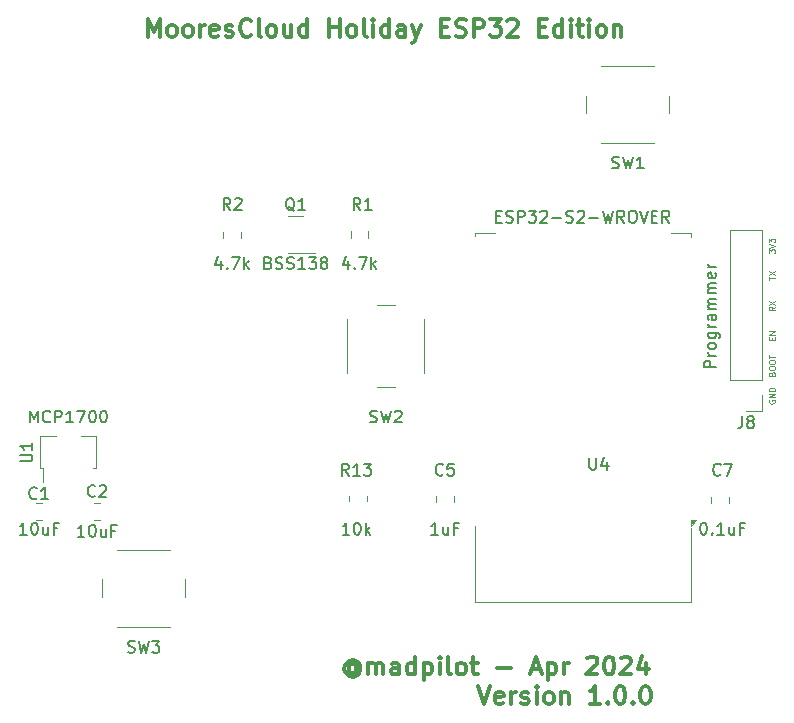
<source format=gto>
G04 #@! TF.GenerationSoftware,KiCad,Pcbnew,9.0.1*
G04 #@! TF.CreationDate,2025-05-08T20:40:17+10:00*
G04 #@! TF.ProjectId,MooresESP32,4d6f6f72-6573-4455-9350-33322e6b6963,rev?*
G04 #@! TF.SameCoordinates,Original*
G04 #@! TF.FileFunction,Legend,Top*
G04 #@! TF.FilePolarity,Positive*
%FSLAX46Y46*%
G04 Gerber Fmt 4.6, Leading zero omitted, Abs format (unit mm)*
G04 Created by KiCad (PCBNEW 9.0.1) date 2025-05-08 20:40:17*
%MOMM*%
%LPD*%
G01*
G04 APERTURE LIST*
%ADD10C,0.300000*%
%ADD11C,0.100000*%
%ADD12C,0.150000*%
%ADD13C,0.120000*%
G04 APERTURE END LIST*
D10*
X145983082Y-132086542D02*
X145911653Y-132015114D01*
X145911653Y-132015114D02*
X145768796Y-131943685D01*
X145768796Y-131943685D02*
X145625939Y-131943685D01*
X145625939Y-131943685D02*
X145483082Y-132015114D01*
X145483082Y-132015114D02*
X145411653Y-132086542D01*
X145411653Y-132086542D02*
X145340225Y-132229400D01*
X145340225Y-132229400D02*
X145340225Y-132372257D01*
X145340225Y-132372257D02*
X145411653Y-132515114D01*
X145411653Y-132515114D02*
X145483082Y-132586542D01*
X145483082Y-132586542D02*
X145625939Y-132657971D01*
X145625939Y-132657971D02*
X145768796Y-132657971D01*
X145768796Y-132657971D02*
X145911653Y-132586542D01*
X145911653Y-132586542D02*
X145983082Y-132515114D01*
X145983082Y-131943685D02*
X145983082Y-132515114D01*
X145983082Y-132515114D02*
X146054510Y-132586542D01*
X146054510Y-132586542D02*
X146125939Y-132586542D01*
X146125939Y-132586542D02*
X146268796Y-132515114D01*
X146268796Y-132515114D02*
X146340225Y-132372257D01*
X146340225Y-132372257D02*
X146340225Y-132015114D01*
X146340225Y-132015114D02*
X146197368Y-131800828D01*
X146197368Y-131800828D02*
X145983082Y-131657971D01*
X145983082Y-131657971D02*
X145697368Y-131586542D01*
X145697368Y-131586542D02*
X145411653Y-131657971D01*
X145411653Y-131657971D02*
X145197368Y-131800828D01*
X145197368Y-131800828D02*
X145054510Y-132015114D01*
X145054510Y-132015114D02*
X144983082Y-132300828D01*
X144983082Y-132300828D02*
X145054510Y-132586542D01*
X145054510Y-132586542D02*
X145197368Y-132800828D01*
X145197368Y-132800828D02*
X145411653Y-132943685D01*
X145411653Y-132943685D02*
X145697368Y-133015114D01*
X145697368Y-133015114D02*
X145983082Y-132943685D01*
X145983082Y-132943685D02*
X146197368Y-132800828D01*
X146983081Y-132800828D02*
X146983081Y-131800828D01*
X146983081Y-131943685D02*
X147054510Y-131872257D01*
X147054510Y-131872257D02*
X147197367Y-131800828D01*
X147197367Y-131800828D02*
X147411653Y-131800828D01*
X147411653Y-131800828D02*
X147554510Y-131872257D01*
X147554510Y-131872257D02*
X147625939Y-132015114D01*
X147625939Y-132015114D02*
X147625939Y-132800828D01*
X147625939Y-132015114D02*
X147697367Y-131872257D01*
X147697367Y-131872257D02*
X147840224Y-131800828D01*
X147840224Y-131800828D02*
X148054510Y-131800828D01*
X148054510Y-131800828D02*
X148197367Y-131872257D01*
X148197367Y-131872257D02*
X148268796Y-132015114D01*
X148268796Y-132015114D02*
X148268796Y-132800828D01*
X149625939Y-132800828D02*
X149625939Y-132015114D01*
X149625939Y-132015114D02*
X149554510Y-131872257D01*
X149554510Y-131872257D02*
X149411653Y-131800828D01*
X149411653Y-131800828D02*
X149125939Y-131800828D01*
X149125939Y-131800828D02*
X148983081Y-131872257D01*
X149625939Y-132729400D02*
X149483081Y-132800828D01*
X149483081Y-132800828D02*
X149125939Y-132800828D01*
X149125939Y-132800828D02*
X148983081Y-132729400D01*
X148983081Y-132729400D02*
X148911653Y-132586542D01*
X148911653Y-132586542D02*
X148911653Y-132443685D01*
X148911653Y-132443685D02*
X148983081Y-132300828D01*
X148983081Y-132300828D02*
X149125939Y-132229400D01*
X149125939Y-132229400D02*
X149483081Y-132229400D01*
X149483081Y-132229400D02*
X149625939Y-132157971D01*
X150983082Y-132800828D02*
X150983082Y-131300828D01*
X150983082Y-132729400D02*
X150840224Y-132800828D01*
X150840224Y-132800828D02*
X150554510Y-132800828D01*
X150554510Y-132800828D02*
X150411653Y-132729400D01*
X150411653Y-132729400D02*
X150340224Y-132657971D01*
X150340224Y-132657971D02*
X150268796Y-132515114D01*
X150268796Y-132515114D02*
X150268796Y-132086542D01*
X150268796Y-132086542D02*
X150340224Y-131943685D01*
X150340224Y-131943685D02*
X150411653Y-131872257D01*
X150411653Y-131872257D02*
X150554510Y-131800828D01*
X150554510Y-131800828D02*
X150840224Y-131800828D01*
X150840224Y-131800828D02*
X150983082Y-131872257D01*
X151697367Y-131800828D02*
X151697367Y-133300828D01*
X151697367Y-131872257D02*
X151840225Y-131800828D01*
X151840225Y-131800828D02*
X152125939Y-131800828D01*
X152125939Y-131800828D02*
X152268796Y-131872257D01*
X152268796Y-131872257D02*
X152340225Y-131943685D01*
X152340225Y-131943685D02*
X152411653Y-132086542D01*
X152411653Y-132086542D02*
X152411653Y-132515114D01*
X152411653Y-132515114D02*
X152340225Y-132657971D01*
X152340225Y-132657971D02*
X152268796Y-132729400D01*
X152268796Y-132729400D02*
X152125939Y-132800828D01*
X152125939Y-132800828D02*
X151840225Y-132800828D01*
X151840225Y-132800828D02*
X151697367Y-132729400D01*
X153054510Y-132800828D02*
X153054510Y-131800828D01*
X153054510Y-131300828D02*
X152983082Y-131372257D01*
X152983082Y-131372257D02*
X153054510Y-131443685D01*
X153054510Y-131443685D02*
X153125939Y-131372257D01*
X153125939Y-131372257D02*
X153054510Y-131300828D01*
X153054510Y-131300828D02*
X153054510Y-131443685D01*
X153983082Y-132800828D02*
X153840225Y-132729400D01*
X153840225Y-132729400D02*
X153768796Y-132586542D01*
X153768796Y-132586542D02*
X153768796Y-131300828D01*
X154768796Y-132800828D02*
X154625939Y-132729400D01*
X154625939Y-132729400D02*
X154554510Y-132657971D01*
X154554510Y-132657971D02*
X154483082Y-132515114D01*
X154483082Y-132515114D02*
X154483082Y-132086542D01*
X154483082Y-132086542D02*
X154554510Y-131943685D01*
X154554510Y-131943685D02*
X154625939Y-131872257D01*
X154625939Y-131872257D02*
X154768796Y-131800828D01*
X154768796Y-131800828D02*
X154983082Y-131800828D01*
X154983082Y-131800828D02*
X155125939Y-131872257D01*
X155125939Y-131872257D02*
X155197368Y-131943685D01*
X155197368Y-131943685D02*
X155268796Y-132086542D01*
X155268796Y-132086542D02*
X155268796Y-132515114D01*
X155268796Y-132515114D02*
X155197368Y-132657971D01*
X155197368Y-132657971D02*
X155125939Y-132729400D01*
X155125939Y-132729400D02*
X154983082Y-132800828D01*
X154983082Y-132800828D02*
X154768796Y-132800828D01*
X155697368Y-131800828D02*
X156268796Y-131800828D01*
X155911653Y-131300828D02*
X155911653Y-132586542D01*
X155911653Y-132586542D02*
X155983082Y-132729400D01*
X155983082Y-132729400D02*
X156125939Y-132800828D01*
X156125939Y-132800828D02*
X156268796Y-132800828D01*
X157911653Y-132229400D02*
X159054511Y-132229400D01*
X160840225Y-132372257D02*
X161554511Y-132372257D01*
X160697368Y-132800828D02*
X161197368Y-131300828D01*
X161197368Y-131300828D02*
X161697368Y-132800828D01*
X162197367Y-131800828D02*
X162197367Y-133300828D01*
X162197367Y-131872257D02*
X162340225Y-131800828D01*
X162340225Y-131800828D02*
X162625939Y-131800828D01*
X162625939Y-131800828D02*
X162768796Y-131872257D01*
X162768796Y-131872257D02*
X162840225Y-131943685D01*
X162840225Y-131943685D02*
X162911653Y-132086542D01*
X162911653Y-132086542D02*
X162911653Y-132515114D01*
X162911653Y-132515114D02*
X162840225Y-132657971D01*
X162840225Y-132657971D02*
X162768796Y-132729400D01*
X162768796Y-132729400D02*
X162625939Y-132800828D01*
X162625939Y-132800828D02*
X162340225Y-132800828D01*
X162340225Y-132800828D02*
X162197367Y-132729400D01*
X163554510Y-132800828D02*
X163554510Y-131800828D01*
X163554510Y-132086542D02*
X163625939Y-131943685D01*
X163625939Y-131943685D02*
X163697368Y-131872257D01*
X163697368Y-131872257D02*
X163840225Y-131800828D01*
X163840225Y-131800828D02*
X163983082Y-131800828D01*
X165554510Y-131443685D02*
X165625938Y-131372257D01*
X165625938Y-131372257D02*
X165768796Y-131300828D01*
X165768796Y-131300828D02*
X166125938Y-131300828D01*
X166125938Y-131300828D02*
X166268796Y-131372257D01*
X166268796Y-131372257D02*
X166340224Y-131443685D01*
X166340224Y-131443685D02*
X166411653Y-131586542D01*
X166411653Y-131586542D02*
X166411653Y-131729400D01*
X166411653Y-131729400D02*
X166340224Y-131943685D01*
X166340224Y-131943685D02*
X165483081Y-132800828D01*
X165483081Y-132800828D02*
X166411653Y-132800828D01*
X167340224Y-131300828D02*
X167483081Y-131300828D01*
X167483081Y-131300828D02*
X167625938Y-131372257D01*
X167625938Y-131372257D02*
X167697367Y-131443685D01*
X167697367Y-131443685D02*
X167768795Y-131586542D01*
X167768795Y-131586542D02*
X167840224Y-131872257D01*
X167840224Y-131872257D02*
X167840224Y-132229400D01*
X167840224Y-132229400D02*
X167768795Y-132515114D01*
X167768795Y-132515114D02*
X167697367Y-132657971D01*
X167697367Y-132657971D02*
X167625938Y-132729400D01*
X167625938Y-132729400D02*
X167483081Y-132800828D01*
X167483081Y-132800828D02*
X167340224Y-132800828D01*
X167340224Y-132800828D02*
X167197367Y-132729400D01*
X167197367Y-132729400D02*
X167125938Y-132657971D01*
X167125938Y-132657971D02*
X167054509Y-132515114D01*
X167054509Y-132515114D02*
X166983081Y-132229400D01*
X166983081Y-132229400D02*
X166983081Y-131872257D01*
X166983081Y-131872257D02*
X167054509Y-131586542D01*
X167054509Y-131586542D02*
X167125938Y-131443685D01*
X167125938Y-131443685D02*
X167197367Y-131372257D01*
X167197367Y-131372257D02*
X167340224Y-131300828D01*
X168411652Y-131443685D02*
X168483080Y-131372257D01*
X168483080Y-131372257D02*
X168625938Y-131300828D01*
X168625938Y-131300828D02*
X168983080Y-131300828D01*
X168983080Y-131300828D02*
X169125938Y-131372257D01*
X169125938Y-131372257D02*
X169197366Y-131443685D01*
X169197366Y-131443685D02*
X169268795Y-131586542D01*
X169268795Y-131586542D02*
X169268795Y-131729400D01*
X169268795Y-131729400D02*
X169197366Y-131943685D01*
X169197366Y-131943685D02*
X168340223Y-132800828D01*
X168340223Y-132800828D02*
X169268795Y-132800828D01*
X170554509Y-131800828D02*
X170554509Y-132800828D01*
X170197366Y-131229400D02*
X169840223Y-132300828D01*
X169840223Y-132300828D02*
X170768794Y-132300828D01*
X128361652Y-78796828D02*
X128361652Y-77296828D01*
X128361652Y-77296828D02*
X128861652Y-78368257D01*
X128861652Y-78368257D02*
X129361652Y-77296828D01*
X129361652Y-77296828D02*
X129361652Y-78796828D01*
X130290224Y-78796828D02*
X130147367Y-78725400D01*
X130147367Y-78725400D02*
X130075938Y-78653971D01*
X130075938Y-78653971D02*
X130004510Y-78511114D01*
X130004510Y-78511114D02*
X130004510Y-78082542D01*
X130004510Y-78082542D02*
X130075938Y-77939685D01*
X130075938Y-77939685D02*
X130147367Y-77868257D01*
X130147367Y-77868257D02*
X130290224Y-77796828D01*
X130290224Y-77796828D02*
X130504510Y-77796828D01*
X130504510Y-77796828D02*
X130647367Y-77868257D01*
X130647367Y-77868257D02*
X130718796Y-77939685D01*
X130718796Y-77939685D02*
X130790224Y-78082542D01*
X130790224Y-78082542D02*
X130790224Y-78511114D01*
X130790224Y-78511114D02*
X130718796Y-78653971D01*
X130718796Y-78653971D02*
X130647367Y-78725400D01*
X130647367Y-78725400D02*
X130504510Y-78796828D01*
X130504510Y-78796828D02*
X130290224Y-78796828D01*
X131647367Y-78796828D02*
X131504510Y-78725400D01*
X131504510Y-78725400D02*
X131433081Y-78653971D01*
X131433081Y-78653971D02*
X131361653Y-78511114D01*
X131361653Y-78511114D02*
X131361653Y-78082542D01*
X131361653Y-78082542D02*
X131433081Y-77939685D01*
X131433081Y-77939685D02*
X131504510Y-77868257D01*
X131504510Y-77868257D02*
X131647367Y-77796828D01*
X131647367Y-77796828D02*
X131861653Y-77796828D01*
X131861653Y-77796828D02*
X132004510Y-77868257D01*
X132004510Y-77868257D02*
X132075939Y-77939685D01*
X132075939Y-77939685D02*
X132147367Y-78082542D01*
X132147367Y-78082542D02*
X132147367Y-78511114D01*
X132147367Y-78511114D02*
X132075939Y-78653971D01*
X132075939Y-78653971D02*
X132004510Y-78725400D01*
X132004510Y-78725400D02*
X131861653Y-78796828D01*
X131861653Y-78796828D02*
X131647367Y-78796828D01*
X132790224Y-78796828D02*
X132790224Y-77796828D01*
X132790224Y-78082542D02*
X132861653Y-77939685D01*
X132861653Y-77939685D02*
X132933082Y-77868257D01*
X132933082Y-77868257D02*
X133075939Y-77796828D01*
X133075939Y-77796828D02*
X133218796Y-77796828D01*
X134290224Y-78725400D02*
X134147367Y-78796828D01*
X134147367Y-78796828D02*
X133861653Y-78796828D01*
X133861653Y-78796828D02*
X133718795Y-78725400D01*
X133718795Y-78725400D02*
X133647367Y-78582542D01*
X133647367Y-78582542D02*
X133647367Y-78011114D01*
X133647367Y-78011114D02*
X133718795Y-77868257D01*
X133718795Y-77868257D02*
X133861653Y-77796828D01*
X133861653Y-77796828D02*
X134147367Y-77796828D01*
X134147367Y-77796828D02*
X134290224Y-77868257D01*
X134290224Y-77868257D02*
X134361653Y-78011114D01*
X134361653Y-78011114D02*
X134361653Y-78153971D01*
X134361653Y-78153971D02*
X133647367Y-78296828D01*
X134933081Y-78725400D02*
X135075938Y-78796828D01*
X135075938Y-78796828D02*
X135361652Y-78796828D01*
X135361652Y-78796828D02*
X135504509Y-78725400D01*
X135504509Y-78725400D02*
X135575938Y-78582542D01*
X135575938Y-78582542D02*
X135575938Y-78511114D01*
X135575938Y-78511114D02*
X135504509Y-78368257D01*
X135504509Y-78368257D02*
X135361652Y-78296828D01*
X135361652Y-78296828D02*
X135147367Y-78296828D01*
X135147367Y-78296828D02*
X135004509Y-78225400D01*
X135004509Y-78225400D02*
X134933081Y-78082542D01*
X134933081Y-78082542D02*
X134933081Y-78011114D01*
X134933081Y-78011114D02*
X135004509Y-77868257D01*
X135004509Y-77868257D02*
X135147367Y-77796828D01*
X135147367Y-77796828D02*
X135361652Y-77796828D01*
X135361652Y-77796828D02*
X135504509Y-77868257D01*
X137075938Y-78653971D02*
X137004510Y-78725400D01*
X137004510Y-78725400D02*
X136790224Y-78796828D01*
X136790224Y-78796828D02*
X136647367Y-78796828D01*
X136647367Y-78796828D02*
X136433081Y-78725400D01*
X136433081Y-78725400D02*
X136290224Y-78582542D01*
X136290224Y-78582542D02*
X136218795Y-78439685D01*
X136218795Y-78439685D02*
X136147367Y-78153971D01*
X136147367Y-78153971D02*
X136147367Y-77939685D01*
X136147367Y-77939685D02*
X136218795Y-77653971D01*
X136218795Y-77653971D02*
X136290224Y-77511114D01*
X136290224Y-77511114D02*
X136433081Y-77368257D01*
X136433081Y-77368257D02*
X136647367Y-77296828D01*
X136647367Y-77296828D02*
X136790224Y-77296828D01*
X136790224Y-77296828D02*
X137004510Y-77368257D01*
X137004510Y-77368257D02*
X137075938Y-77439685D01*
X137933081Y-78796828D02*
X137790224Y-78725400D01*
X137790224Y-78725400D02*
X137718795Y-78582542D01*
X137718795Y-78582542D02*
X137718795Y-77296828D01*
X138718795Y-78796828D02*
X138575938Y-78725400D01*
X138575938Y-78725400D02*
X138504509Y-78653971D01*
X138504509Y-78653971D02*
X138433081Y-78511114D01*
X138433081Y-78511114D02*
X138433081Y-78082542D01*
X138433081Y-78082542D02*
X138504509Y-77939685D01*
X138504509Y-77939685D02*
X138575938Y-77868257D01*
X138575938Y-77868257D02*
X138718795Y-77796828D01*
X138718795Y-77796828D02*
X138933081Y-77796828D01*
X138933081Y-77796828D02*
X139075938Y-77868257D01*
X139075938Y-77868257D02*
X139147367Y-77939685D01*
X139147367Y-77939685D02*
X139218795Y-78082542D01*
X139218795Y-78082542D02*
X139218795Y-78511114D01*
X139218795Y-78511114D02*
X139147367Y-78653971D01*
X139147367Y-78653971D02*
X139075938Y-78725400D01*
X139075938Y-78725400D02*
X138933081Y-78796828D01*
X138933081Y-78796828D02*
X138718795Y-78796828D01*
X140504510Y-77796828D02*
X140504510Y-78796828D01*
X139861652Y-77796828D02*
X139861652Y-78582542D01*
X139861652Y-78582542D02*
X139933081Y-78725400D01*
X139933081Y-78725400D02*
X140075938Y-78796828D01*
X140075938Y-78796828D02*
X140290224Y-78796828D01*
X140290224Y-78796828D02*
X140433081Y-78725400D01*
X140433081Y-78725400D02*
X140504510Y-78653971D01*
X141861653Y-78796828D02*
X141861653Y-77296828D01*
X141861653Y-78725400D02*
X141718795Y-78796828D01*
X141718795Y-78796828D02*
X141433081Y-78796828D01*
X141433081Y-78796828D02*
X141290224Y-78725400D01*
X141290224Y-78725400D02*
X141218795Y-78653971D01*
X141218795Y-78653971D02*
X141147367Y-78511114D01*
X141147367Y-78511114D02*
X141147367Y-78082542D01*
X141147367Y-78082542D02*
X141218795Y-77939685D01*
X141218795Y-77939685D02*
X141290224Y-77868257D01*
X141290224Y-77868257D02*
X141433081Y-77796828D01*
X141433081Y-77796828D02*
X141718795Y-77796828D01*
X141718795Y-77796828D02*
X141861653Y-77868257D01*
X143718795Y-78796828D02*
X143718795Y-77296828D01*
X143718795Y-78011114D02*
X144575938Y-78011114D01*
X144575938Y-78796828D02*
X144575938Y-77296828D01*
X145504510Y-78796828D02*
X145361653Y-78725400D01*
X145361653Y-78725400D02*
X145290224Y-78653971D01*
X145290224Y-78653971D02*
X145218796Y-78511114D01*
X145218796Y-78511114D02*
X145218796Y-78082542D01*
X145218796Y-78082542D02*
X145290224Y-77939685D01*
X145290224Y-77939685D02*
X145361653Y-77868257D01*
X145361653Y-77868257D02*
X145504510Y-77796828D01*
X145504510Y-77796828D02*
X145718796Y-77796828D01*
X145718796Y-77796828D02*
X145861653Y-77868257D01*
X145861653Y-77868257D02*
X145933082Y-77939685D01*
X145933082Y-77939685D02*
X146004510Y-78082542D01*
X146004510Y-78082542D02*
X146004510Y-78511114D01*
X146004510Y-78511114D02*
X145933082Y-78653971D01*
X145933082Y-78653971D02*
X145861653Y-78725400D01*
X145861653Y-78725400D02*
X145718796Y-78796828D01*
X145718796Y-78796828D02*
X145504510Y-78796828D01*
X146861653Y-78796828D02*
X146718796Y-78725400D01*
X146718796Y-78725400D02*
X146647367Y-78582542D01*
X146647367Y-78582542D02*
X146647367Y-77296828D01*
X147433081Y-78796828D02*
X147433081Y-77796828D01*
X147433081Y-77296828D02*
X147361653Y-77368257D01*
X147361653Y-77368257D02*
X147433081Y-77439685D01*
X147433081Y-77439685D02*
X147504510Y-77368257D01*
X147504510Y-77368257D02*
X147433081Y-77296828D01*
X147433081Y-77296828D02*
X147433081Y-77439685D01*
X148790225Y-78796828D02*
X148790225Y-77296828D01*
X148790225Y-78725400D02*
X148647367Y-78796828D01*
X148647367Y-78796828D02*
X148361653Y-78796828D01*
X148361653Y-78796828D02*
X148218796Y-78725400D01*
X148218796Y-78725400D02*
X148147367Y-78653971D01*
X148147367Y-78653971D02*
X148075939Y-78511114D01*
X148075939Y-78511114D02*
X148075939Y-78082542D01*
X148075939Y-78082542D02*
X148147367Y-77939685D01*
X148147367Y-77939685D02*
X148218796Y-77868257D01*
X148218796Y-77868257D02*
X148361653Y-77796828D01*
X148361653Y-77796828D02*
X148647367Y-77796828D01*
X148647367Y-77796828D02*
X148790225Y-77868257D01*
X150147368Y-78796828D02*
X150147368Y-78011114D01*
X150147368Y-78011114D02*
X150075939Y-77868257D01*
X150075939Y-77868257D02*
X149933082Y-77796828D01*
X149933082Y-77796828D02*
X149647368Y-77796828D01*
X149647368Y-77796828D02*
X149504510Y-77868257D01*
X150147368Y-78725400D02*
X150004510Y-78796828D01*
X150004510Y-78796828D02*
X149647368Y-78796828D01*
X149647368Y-78796828D02*
X149504510Y-78725400D01*
X149504510Y-78725400D02*
X149433082Y-78582542D01*
X149433082Y-78582542D02*
X149433082Y-78439685D01*
X149433082Y-78439685D02*
X149504510Y-78296828D01*
X149504510Y-78296828D02*
X149647368Y-78225400D01*
X149647368Y-78225400D02*
X150004510Y-78225400D01*
X150004510Y-78225400D02*
X150147368Y-78153971D01*
X150718796Y-77796828D02*
X151075939Y-78796828D01*
X151433082Y-77796828D02*
X151075939Y-78796828D01*
X151075939Y-78796828D02*
X150933082Y-79153971D01*
X150933082Y-79153971D02*
X150861653Y-79225400D01*
X150861653Y-79225400D02*
X150718796Y-79296828D01*
X153147367Y-78011114D02*
X153647367Y-78011114D01*
X153861653Y-78796828D02*
X153147367Y-78796828D01*
X153147367Y-78796828D02*
X153147367Y-77296828D01*
X153147367Y-77296828D02*
X153861653Y-77296828D01*
X154433082Y-78725400D02*
X154647368Y-78796828D01*
X154647368Y-78796828D02*
X155004510Y-78796828D01*
X155004510Y-78796828D02*
X155147368Y-78725400D01*
X155147368Y-78725400D02*
X155218796Y-78653971D01*
X155218796Y-78653971D02*
X155290225Y-78511114D01*
X155290225Y-78511114D02*
X155290225Y-78368257D01*
X155290225Y-78368257D02*
X155218796Y-78225400D01*
X155218796Y-78225400D02*
X155147368Y-78153971D01*
X155147368Y-78153971D02*
X155004510Y-78082542D01*
X155004510Y-78082542D02*
X154718796Y-78011114D01*
X154718796Y-78011114D02*
X154575939Y-77939685D01*
X154575939Y-77939685D02*
X154504510Y-77868257D01*
X154504510Y-77868257D02*
X154433082Y-77725400D01*
X154433082Y-77725400D02*
X154433082Y-77582542D01*
X154433082Y-77582542D02*
X154504510Y-77439685D01*
X154504510Y-77439685D02*
X154575939Y-77368257D01*
X154575939Y-77368257D02*
X154718796Y-77296828D01*
X154718796Y-77296828D02*
X155075939Y-77296828D01*
X155075939Y-77296828D02*
X155290225Y-77368257D01*
X155933081Y-78796828D02*
X155933081Y-77296828D01*
X155933081Y-77296828D02*
X156504510Y-77296828D01*
X156504510Y-77296828D02*
X156647367Y-77368257D01*
X156647367Y-77368257D02*
X156718796Y-77439685D01*
X156718796Y-77439685D02*
X156790224Y-77582542D01*
X156790224Y-77582542D02*
X156790224Y-77796828D01*
X156790224Y-77796828D02*
X156718796Y-77939685D01*
X156718796Y-77939685D02*
X156647367Y-78011114D01*
X156647367Y-78011114D02*
X156504510Y-78082542D01*
X156504510Y-78082542D02*
X155933081Y-78082542D01*
X157290224Y-77296828D02*
X158218796Y-77296828D01*
X158218796Y-77296828D02*
X157718796Y-77868257D01*
X157718796Y-77868257D02*
X157933081Y-77868257D01*
X157933081Y-77868257D02*
X158075939Y-77939685D01*
X158075939Y-77939685D02*
X158147367Y-78011114D01*
X158147367Y-78011114D02*
X158218796Y-78153971D01*
X158218796Y-78153971D02*
X158218796Y-78511114D01*
X158218796Y-78511114D02*
X158147367Y-78653971D01*
X158147367Y-78653971D02*
X158075939Y-78725400D01*
X158075939Y-78725400D02*
X157933081Y-78796828D01*
X157933081Y-78796828D02*
X157504510Y-78796828D01*
X157504510Y-78796828D02*
X157361653Y-78725400D01*
X157361653Y-78725400D02*
X157290224Y-78653971D01*
X158790224Y-77439685D02*
X158861652Y-77368257D01*
X158861652Y-77368257D02*
X159004510Y-77296828D01*
X159004510Y-77296828D02*
X159361652Y-77296828D01*
X159361652Y-77296828D02*
X159504510Y-77368257D01*
X159504510Y-77368257D02*
X159575938Y-77439685D01*
X159575938Y-77439685D02*
X159647367Y-77582542D01*
X159647367Y-77582542D02*
X159647367Y-77725400D01*
X159647367Y-77725400D02*
X159575938Y-77939685D01*
X159575938Y-77939685D02*
X158718795Y-78796828D01*
X158718795Y-78796828D02*
X159647367Y-78796828D01*
X161433080Y-78011114D02*
X161933080Y-78011114D01*
X162147366Y-78796828D02*
X161433080Y-78796828D01*
X161433080Y-78796828D02*
X161433080Y-77296828D01*
X161433080Y-77296828D02*
X162147366Y-77296828D01*
X163433081Y-78796828D02*
X163433081Y-77296828D01*
X163433081Y-78725400D02*
X163290223Y-78796828D01*
X163290223Y-78796828D02*
X163004509Y-78796828D01*
X163004509Y-78796828D02*
X162861652Y-78725400D01*
X162861652Y-78725400D02*
X162790223Y-78653971D01*
X162790223Y-78653971D02*
X162718795Y-78511114D01*
X162718795Y-78511114D02*
X162718795Y-78082542D01*
X162718795Y-78082542D02*
X162790223Y-77939685D01*
X162790223Y-77939685D02*
X162861652Y-77868257D01*
X162861652Y-77868257D02*
X163004509Y-77796828D01*
X163004509Y-77796828D02*
X163290223Y-77796828D01*
X163290223Y-77796828D02*
X163433081Y-77868257D01*
X164147366Y-78796828D02*
X164147366Y-77796828D01*
X164147366Y-77296828D02*
X164075938Y-77368257D01*
X164075938Y-77368257D02*
X164147366Y-77439685D01*
X164147366Y-77439685D02*
X164218795Y-77368257D01*
X164218795Y-77368257D02*
X164147366Y-77296828D01*
X164147366Y-77296828D02*
X164147366Y-77439685D01*
X164647367Y-77796828D02*
X165218795Y-77796828D01*
X164861652Y-77296828D02*
X164861652Y-78582542D01*
X164861652Y-78582542D02*
X164933081Y-78725400D01*
X164933081Y-78725400D02*
X165075938Y-78796828D01*
X165075938Y-78796828D02*
X165218795Y-78796828D01*
X165718795Y-78796828D02*
X165718795Y-77796828D01*
X165718795Y-77296828D02*
X165647367Y-77368257D01*
X165647367Y-77368257D02*
X165718795Y-77439685D01*
X165718795Y-77439685D02*
X165790224Y-77368257D01*
X165790224Y-77368257D02*
X165718795Y-77296828D01*
X165718795Y-77296828D02*
X165718795Y-77439685D01*
X166647367Y-78796828D02*
X166504510Y-78725400D01*
X166504510Y-78725400D02*
X166433081Y-78653971D01*
X166433081Y-78653971D02*
X166361653Y-78511114D01*
X166361653Y-78511114D02*
X166361653Y-78082542D01*
X166361653Y-78082542D02*
X166433081Y-77939685D01*
X166433081Y-77939685D02*
X166504510Y-77868257D01*
X166504510Y-77868257D02*
X166647367Y-77796828D01*
X166647367Y-77796828D02*
X166861653Y-77796828D01*
X166861653Y-77796828D02*
X167004510Y-77868257D01*
X167004510Y-77868257D02*
X167075939Y-77939685D01*
X167075939Y-77939685D02*
X167147367Y-78082542D01*
X167147367Y-78082542D02*
X167147367Y-78511114D01*
X167147367Y-78511114D02*
X167075939Y-78653971D01*
X167075939Y-78653971D02*
X167004510Y-78725400D01*
X167004510Y-78725400D02*
X166861653Y-78796828D01*
X166861653Y-78796828D02*
X166647367Y-78796828D01*
X167790224Y-77796828D02*
X167790224Y-78796828D01*
X167790224Y-77939685D02*
X167861653Y-77868257D01*
X167861653Y-77868257D02*
X168004510Y-77796828D01*
X168004510Y-77796828D02*
X168218796Y-77796828D01*
X168218796Y-77796828D02*
X168361653Y-77868257D01*
X168361653Y-77868257D02*
X168433082Y-78011114D01*
X168433082Y-78011114D02*
X168433082Y-78796828D01*
D11*
X181171704Y-107332782D02*
X181195514Y-107261354D01*
X181195514Y-107261354D02*
X181219323Y-107237544D01*
X181219323Y-107237544D02*
X181266942Y-107213735D01*
X181266942Y-107213735D02*
X181338371Y-107213735D01*
X181338371Y-107213735D02*
X181385990Y-107237544D01*
X181385990Y-107237544D02*
X181409800Y-107261354D01*
X181409800Y-107261354D02*
X181433609Y-107308973D01*
X181433609Y-107308973D02*
X181433609Y-107499449D01*
X181433609Y-107499449D02*
X180933609Y-107499449D01*
X180933609Y-107499449D02*
X180933609Y-107332782D01*
X180933609Y-107332782D02*
X180957419Y-107285163D01*
X180957419Y-107285163D02*
X180981228Y-107261354D01*
X180981228Y-107261354D02*
X181028847Y-107237544D01*
X181028847Y-107237544D02*
X181076466Y-107237544D01*
X181076466Y-107237544D02*
X181124085Y-107261354D01*
X181124085Y-107261354D02*
X181147895Y-107285163D01*
X181147895Y-107285163D02*
X181171704Y-107332782D01*
X181171704Y-107332782D02*
X181171704Y-107499449D01*
X180933609Y-106904211D02*
X180933609Y-106808973D01*
X180933609Y-106808973D02*
X180957419Y-106761354D01*
X180957419Y-106761354D02*
X181005038Y-106713735D01*
X181005038Y-106713735D02*
X181100276Y-106689925D01*
X181100276Y-106689925D02*
X181266942Y-106689925D01*
X181266942Y-106689925D02*
X181362180Y-106713735D01*
X181362180Y-106713735D02*
X181409800Y-106761354D01*
X181409800Y-106761354D02*
X181433609Y-106808973D01*
X181433609Y-106808973D02*
X181433609Y-106904211D01*
X181433609Y-106904211D02*
X181409800Y-106951830D01*
X181409800Y-106951830D02*
X181362180Y-106999449D01*
X181362180Y-106999449D02*
X181266942Y-107023258D01*
X181266942Y-107023258D02*
X181100276Y-107023258D01*
X181100276Y-107023258D02*
X181005038Y-106999449D01*
X181005038Y-106999449D02*
X180957419Y-106951830D01*
X180957419Y-106951830D02*
X180933609Y-106904211D01*
X180933609Y-106380401D02*
X180933609Y-106285163D01*
X180933609Y-106285163D02*
X180957419Y-106237544D01*
X180957419Y-106237544D02*
X181005038Y-106189925D01*
X181005038Y-106189925D02*
X181100276Y-106166115D01*
X181100276Y-106166115D02*
X181266942Y-106166115D01*
X181266942Y-106166115D02*
X181362180Y-106189925D01*
X181362180Y-106189925D02*
X181409800Y-106237544D01*
X181409800Y-106237544D02*
X181433609Y-106285163D01*
X181433609Y-106285163D02*
X181433609Y-106380401D01*
X181433609Y-106380401D02*
X181409800Y-106428020D01*
X181409800Y-106428020D02*
X181362180Y-106475639D01*
X181362180Y-106475639D02*
X181266942Y-106499448D01*
X181266942Y-106499448D02*
X181100276Y-106499448D01*
X181100276Y-106499448D02*
X181005038Y-106475639D01*
X181005038Y-106475639D02*
X180957419Y-106428020D01*
X180957419Y-106428020D02*
X180933609Y-106380401D01*
X180933609Y-106023257D02*
X180933609Y-105737543D01*
X181433609Y-105880400D02*
X180933609Y-105880400D01*
D10*
X156340225Y-133800828D02*
X156840225Y-135300828D01*
X156840225Y-135300828D02*
X157340225Y-133800828D01*
X158411653Y-135229400D02*
X158268796Y-135300828D01*
X158268796Y-135300828D02*
X157983082Y-135300828D01*
X157983082Y-135300828D02*
X157840224Y-135229400D01*
X157840224Y-135229400D02*
X157768796Y-135086542D01*
X157768796Y-135086542D02*
X157768796Y-134515114D01*
X157768796Y-134515114D02*
X157840224Y-134372257D01*
X157840224Y-134372257D02*
X157983082Y-134300828D01*
X157983082Y-134300828D02*
X158268796Y-134300828D01*
X158268796Y-134300828D02*
X158411653Y-134372257D01*
X158411653Y-134372257D02*
X158483082Y-134515114D01*
X158483082Y-134515114D02*
X158483082Y-134657971D01*
X158483082Y-134657971D02*
X157768796Y-134800828D01*
X159125938Y-135300828D02*
X159125938Y-134300828D01*
X159125938Y-134586542D02*
X159197367Y-134443685D01*
X159197367Y-134443685D02*
X159268796Y-134372257D01*
X159268796Y-134372257D02*
X159411653Y-134300828D01*
X159411653Y-134300828D02*
X159554510Y-134300828D01*
X159983081Y-135229400D02*
X160125938Y-135300828D01*
X160125938Y-135300828D02*
X160411652Y-135300828D01*
X160411652Y-135300828D02*
X160554509Y-135229400D01*
X160554509Y-135229400D02*
X160625938Y-135086542D01*
X160625938Y-135086542D02*
X160625938Y-135015114D01*
X160625938Y-135015114D02*
X160554509Y-134872257D01*
X160554509Y-134872257D02*
X160411652Y-134800828D01*
X160411652Y-134800828D02*
X160197367Y-134800828D01*
X160197367Y-134800828D02*
X160054509Y-134729400D01*
X160054509Y-134729400D02*
X159983081Y-134586542D01*
X159983081Y-134586542D02*
X159983081Y-134515114D01*
X159983081Y-134515114D02*
X160054509Y-134372257D01*
X160054509Y-134372257D02*
X160197367Y-134300828D01*
X160197367Y-134300828D02*
X160411652Y-134300828D01*
X160411652Y-134300828D02*
X160554509Y-134372257D01*
X161268795Y-135300828D02*
X161268795Y-134300828D01*
X161268795Y-133800828D02*
X161197367Y-133872257D01*
X161197367Y-133872257D02*
X161268795Y-133943685D01*
X161268795Y-133943685D02*
X161340224Y-133872257D01*
X161340224Y-133872257D02*
X161268795Y-133800828D01*
X161268795Y-133800828D02*
X161268795Y-133943685D01*
X162197367Y-135300828D02*
X162054510Y-135229400D01*
X162054510Y-135229400D02*
X161983081Y-135157971D01*
X161983081Y-135157971D02*
X161911653Y-135015114D01*
X161911653Y-135015114D02*
X161911653Y-134586542D01*
X161911653Y-134586542D02*
X161983081Y-134443685D01*
X161983081Y-134443685D02*
X162054510Y-134372257D01*
X162054510Y-134372257D02*
X162197367Y-134300828D01*
X162197367Y-134300828D02*
X162411653Y-134300828D01*
X162411653Y-134300828D02*
X162554510Y-134372257D01*
X162554510Y-134372257D02*
X162625939Y-134443685D01*
X162625939Y-134443685D02*
X162697367Y-134586542D01*
X162697367Y-134586542D02*
X162697367Y-135015114D01*
X162697367Y-135015114D02*
X162625939Y-135157971D01*
X162625939Y-135157971D02*
X162554510Y-135229400D01*
X162554510Y-135229400D02*
X162411653Y-135300828D01*
X162411653Y-135300828D02*
X162197367Y-135300828D01*
X163340224Y-134300828D02*
X163340224Y-135300828D01*
X163340224Y-134443685D02*
X163411653Y-134372257D01*
X163411653Y-134372257D02*
X163554510Y-134300828D01*
X163554510Y-134300828D02*
X163768796Y-134300828D01*
X163768796Y-134300828D02*
X163911653Y-134372257D01*
X163911653Y-134372257D02*
X163983082Y-134515114D01*
X163983082Y-134515114D02*
X163983082Y-135300828D01*
X166625939Y-135300828D02*
X165768796Y-135300828D01*
X166197367Y-135300828D02*
X166197367Y-133800828D01*
X166197367Y-133800828D02*
X166054510Y-134015114D01*
X166054510Y-134015114D02*
X165911653Y-134157971D01*
X165911653Y-134157971D02*
X165768796Y-134229400D01*
X167268795Y-135157971D02*
X167340224Y-135229400D01*
X167340224Y-135229400D02*
X167268795Y-135300828D01*
X167268795Y-135300828D02*
X167197367Y-135229400D01*
X167197367Y-135229400D02*
X167268795Y-135157971D01*
X167268795Y-135157971D02*
X167268795Y-135300828D01*
X168268796Y-133800828D02*
X168411653Y-133800828D01*
X168411653Y-133800828D02*
X168554510Y-133872257D01*
X168554510Y-133872257D02*
X168625939Y-133943685D01*
X168625939Y-133943685D02*
X168697367Y-134086542D01*
X168697367Y-134086542D02*
X168768796Y-134372257D01*
X168768796Y-134372257D02*
X168768796Y-134729400D01*
X168768796Y-134729400D02*
X168697367Y-135015114D01*
X168697367Y-135015114D02*
X168625939Y-135157971D01*
X168625939Y-135157971D02*
X168554510Y-135229400D01*
X168554510Y-135229400D02*
X168411653Y-135300828D01*
X168411653Y-135300828D02*
X168268796Y-135300828D01*
X168268796Y-135300828D02*
X168125939Y-135229400D01*
X168125939Y-135229400D02*
X168054510Y-135157971D01*
X168054510Y-135157971D02*
X167983081Y-135015114D01*
X167983081Y-135015114D02*
X167911653Y-134729400D01*
X167911653Y-134729400D02*
X167911653Y-134372257D01*
X167911653Y-134372257D02*
X167983081Y-134086542D01*
X167983081Y-134086542D02*
X168054510Y-133943685D01*
X168054510Y-133943685D02*
X168125939Y-133872257D01*
X168125939Y-133872257D02*
X168268796Y-133800828D01*
X169411652Y-135157971D02*
X169483081Y-135229400D01*
X169483081Y-135229400D02*
X169411652Y-135300828D01*
X169411652Y-135300828D02*
X169340224Y-135229400D01*
X169340224Y-135229400D02*
X169411652Y-135157971D01*
X169411652Y-135157971D02*
X169411652Y-135300828D01*
X170411653Y-133800828D02*
X170554510Y-133800828D01*
X170554510Y-133800828D02*
X170697367Y-133872257D01*
X170697367Y-133872257D02*
X170768796Y-133943685D01*
X170768796Y-133943685D02*
X170840224Y-134086542D01*
X170840224Y-134086542D02*
X170911653Y-134372257D01*
X170911653Y-134372257D02*
X170911653Y-134729400D01*
X170911653Y-134729400D02*
X170840224Y-135015114D01*
X170840224Y-135015114D02*
X170768796Y-135157971D01*
X170768796Y-135157971D02*
X170697367Y-135229400D01*
X170697367Y-135229400D02*
X170554510Y-135300828D01*
X170554510Y-135300828D02*
X170411653Y-135300828D01*
X170411653Y-135300828D02*
X170268796Y-135229400D01*
X170268796Y-135229400D02*
X170197367Y-135157971D01*
X170197367Y-135157971D02*
X170125938Y-135015114D01*
X170125938Y-135015114D02*
X170054510Y-134729400D01*
X170054510Y-134729400D02*
X170054510Y-134372257D01*
X170054510Y-134372257D02*
X170125938Y-134086542D01*
X170125938Y-134086542D02*
X170197367Y-133943685D01*
X170197367Y-133943685D02*
X170268796Y-133872257D01*
X170268796Y-133872257D02*
X170411653Y-133800828D01*
D11*
X180933609Y-99415162D02*
X180933609Y-99129448D01*
X181433609Y-99272305D02*
X180933609Y-99272305D01*
X180933609Y-99010401D02*
X181433609Y-98677068D01*
X180933609Y-98677068D02*
X181433609Y-99010401D01*
X180957419Y-109575163D02*
X180933609Y-109622782D01*
X180933609Y-109622782D02*
X180933609Y-109694211D01*
X180933609Y-109694211D02*
X180957419Y-109765639D01*
X180957419Y-109765639D02*
X181005038Y-109813258D01*
X181005038Y-109813258D02*
X181052657Y-109837068D01*
X181052657Y-109837068D02*
X181147895Y-109860877D01*
X181147895Y-109860877D02*
X181219323Y-109860877D01*
X181219323Y-109860877D02*
X181314561Y-109837068D01*
X181314561Y-109837068D02*
X181362180Y-109813258D01*
X181362180Y-109813258D02*
X181409800Y-109765639D01*
X181409800Y-109765639D02*
X181433609Y-109694211D01*
X181433609Y-109694211D02*
X181433609Y-109646592D01*
X181433609Y-109646592D02*
X181409800Y-109575163D01*
X181409800Y-109575163D02*
X181385990Y-109551354D01*
X181385990Y-109551354D02*
X181219323Y-109551354D01*
X181219323Y-109551354D02*
X181219323Y-109646592D01*
X181433609Y-109337068D02*
X180933609Y-109337068D01*
X180933609Y-109337068D02*
X181433609Y-109051354D01*
X181433609Y-109051354D02*
X180933609Y-109051354D01*
X181433609Y-108813258D02*
X180933609Y-108813258D01*
X180933609Y-108813258D02*
X180933609Y-108694210D01*
X180933609Y-108694210D02*
X180957419Y-108622782D01*
X180957419Y-108622782D02*
X181005038Y-108575163D01*
X181005038Y-108575163D02*
X181052657Y-108551353D01*
X181052657Y-108551353D02*
X181147895Y-108527544D01*
X181147895Y-108527544D02*
X181219323Y-108527544D01*
X181219323Y-108527544D02*
X181314561Y-108551353D01*
X181314561Y-108551353D02*
X181362180Y-108575163D01*
X181362180Y-108575163D02*
X181409800Y-108622782D01*
X181409800Y-108622782D02*
X181433609Y-108694210D01*
X181433609Y-108694210D02*
X181433609Y-108813258D01*
X181171704Y-104483259D02*
X181171704Y-104316592D01*
X181433609Y-104245164D02*
X181433609Y-104483259D01*
X181433609Y-104483259D02*
X180933609Y-104483259D01*
X180933609Y-104483259D02*
X180933609Y-104245164D01*
X181433609Y-104030878D02*
X180933609Y-104030878D01*
X180933609Y-104030878D02*
X181433609Y-103745164D01*
X181433609Y-103745164D02*
X180933609Y-103745164D01*
X181433609Y-101657544D02*
X181195514Y-101824210D01*
X181433609Y-101943258D02*
X180933609Y-101943258D01*
X180933609Y-101943258D02*
X180933609Y-101752782D01*
X180933609Y-101752782D02*
X180957419Y-101705163D01*
X180957419Y-101705163D02*
X180981228Y-101681353D01*
X180981228Y-101681353D02*
X181028847Y-101657544D01*
X181028847Y-101657544D02*
X181100276Y-101657544D01*
X181100276Y-101657544D02*
X181147895Y-101681353D01*
X181147895Y-101681353D02*
X181171704Y-101705163D01*
X181171704Y-101705163D02*
X181195514Y-101752782D01*
X181195514Y-101752782D02*
X181195514Y-101943258D01*
X180933609Y-101490877D02*
X181433609Y-101157544D01*
X180933609Y-101157544D02*
X181433609Y-101490877D01*
X180933609Y-97113258D02*
X180933609Y-96803734D01*
X180933609Y-96803734D02*
X181124085Y-96970401D01*
X181124085Y-96970401D02*
X181124085Y-96898972D01*
X181124085Y-96898972D02*
X181147895Y-96851353D01*
X181147895Y-96851353D02*
X181171704Y-96827544D01*
X181171704Y-96827544D02*
X181219323Y-96803734D01*
X181219323Y-96803734D02*
X181338371Y-96803734D01*
X181338371Y-96803734D02*
X181385990Y-96827544D01*
X181385990Y-96827544D02*
X181409800Y-96851353D01*
X181409800Y-96851353D02*
X181433609Y-96898972D01*
X181433609Y-96898972D02*
X181433609Y-97041829D01*
X181433609Y-97041829D02*
X181409800Y-97089448D01*
X181409800Y-97089448D02*
X181385990Y-97113258D01*
X180933609Y-96660877D02*
X181433609Y-96494211D01*
X181433609Y-96494211D02*
X180933609Y-96327544D01*
X180933609Y-96208497D02*
X180933609Y-95898973D01*
X180933609Y-95898973D02*
X181124085Y-96065640D01*
X181124085Y-96065640D02*
X181124085Y-95994211D01*
X181124085Y-95994211D02*
X181147895Y-95946592D01*
X181147895Y-95946592D02*
X181171704Y-95922783D01*
X181171704Y-95922783D02*
X181219323Y-95898973D01*
X181219323Y-95898973D02*
X181338371Y-95898973D01*
X181338371Y-95898973D02*
X181385990Y-95922783D01*
X181385990Y-95922783D02*
X181409800Y-95946592D01*
X181409800Y-95946592D02*
X181433609Y-95994211D01*
X181433609Y-95994211D02*
X181433609Y-96137068D01*
X181433609Y-96137068D02*
X181409800Y-96184687D01*
X181409800Y-96184687D02*
X181385990Y-96208497D01*
D12*
X146333333Y-93454819D02*
X146000000Y-92978628D01*
X145761905Y-93454819D02*
X145761905Y-92454819D01*
X145761905Y-92454819D02*
X146142857Y-92454819D01*
X146142857Y-92454819D02*
X146238095Y-92502438D01*
X146238095Y-92502438D02*
X146285714Y-92550057D01*
X146285714Y-92550057D02*
X146333333Y-92645295D01*
X146333333Y-92645295D02*
X146333333Y-92788152D01*
X146333333Y-92788152D02*
X146285714Y-92883390D01*
X146285714Y-92883390D02*
X146238095Y-92931009D01*
X146238095Y-92931009D02*
X146142857Y-92978628D01*
X146142857Y-92978628D02*
X145761905Y-92978628D01*
X147285714Y-93454819D02*
X146714286Y-93454819D01*
X147000000Y-93454819D02*
X147000000Y-92454819D01*
X147000000Y-92454819D02*
X146904762Y-92597676D01*
X146904762Y-92597676D02*
X146809524Y-92692914D01*
X146809524Y-92692914D02*
X146714286Y-92740533D01*
X145321428Y-97788152D02*
X145321428Y-98454819D01*
X145083333Y-97407200D02*
X144845238Y-98121485D01*
X144845238Y-98121485D02*
X145464285Y-98121485D01*
X145845238Y-98359580D02*
X145892857Y-98407200D01*
X145892857Y-98407200D02*
X145845238Y-98454819D01*
X145845238Y-98454819D02*
X145797619Y-98407200D01*
X145797619Y-98407200D02*
X145845238Y-98359580D01*
X145845238Y-98359580D02*
X145845238Y-98454819D01*
X146226190Y-97454819D02*
X146892856Y-97454819D01*
X146892856Y-97454819D02*
X146464285Y-98454819D01*
X147273809Y-98454819D02*
X147273809Y-97454819D01*
X147369047Y-98073866D02*
X147654761Y-98454819D01*
X147654761Y-97788152D02*
X147273809Y-98169104D01*
X140763511Y-93550057D02*
X140668273Y-93502438D01*
X140668273Y-93502438D02*
X140573035Y-93407200D01*
X140573035Y-93407200D02*
X140430178Y-93264342D01*
X140430178Y-93264342D02*
X140334940Y-93216723D01*
X140334940Y-93216723D02*
X140239702Y-93216723D01*
X140287321Y-93454819D02*
X140192083Y-93407200D01*
X140192083Y-93407200D02*
X140096845Y-93311961D01*
X140096845Y-93311961D02*
X140049226Y-93121485D01*
X140049226Y-93121485D02*
X140049226Y-92788152D01*
X140049226Y-92788152D02*
X140096845Y-92597676D01*
X140096845Y-92597676D02*
X140192083Y-92502438D01*
X140192083Y-92502438D02*
X140287321Y-92454819D01*
X140287321Y-92454819D02*
X140477797Y-92454819D01*
X140477797Y-92454819D02*
X140573035Y-92502438D01*
X140573035Y-92502438D02*
X140668273Y-92597676D01*
X140668273Y-92597676D02*
X140715892Y-92788152D01*
X140715892Y-92788152D02*
X140715892Y-93121485D01*
X140715892Y-93121485D02*
X140668273Y-93311961D01*
X140668273Y-93311961D02*
X140573035Y-93407200D01*
X140573035Y-93407200D02*
X140477797Y-93454819D01*
X140477797Y-93454819D02*
X140287321Y-93454819D01*
X141668273Y-93454819D02*
X141096845Y-93454819D01*
X141382559Y-93454819D02*
X141382559Y-92454819D01*
X141382559Y-92454819D02*
X141287321Y-92597676D01*
X141287321Y-92597676D02*
X141192083Y-92692914D01*
X141192083Y-92692914D02*
X141096845Y-92740533D01*
X138549226Y-97931009D02*
X138692083Y-97978628D01*
X138692083Y-97978628D02*
X138739702Y-98026247D01*
X138739702Y-98026247D02*
X138787321Y-98121485D01*
X138787321Y-98121485D02*
X138787321Y-98264342D01*
X138787321Y-98264342D02*
X138739702Y-98359580D01*
X138739702Y-98359580D02*
X138692083Y-98407200D01*
X138692083Y-98407200D02*
X138596845Y-98454819D01*
X138596845Y-98454819D02*
X138215893Y-98454819D01*
X138215893Y-98454819D02*
X138215893Y-97454819D01*
X138215893Y-97454819D02*
X138549226Y-97454819D01*
X138549226Y-97454819D02*
X138644464Y-97502438D01*
X138644464Y-97502438D02*
X138692083Y-97550057D01*
X138692083Y-97550057D02*
X138739702Y-97645295D01*
X138739702Y-97645295D02*
X138739702Y-97740533D01*
X138739702Y-97740533D02*
X138692083Y-97835771D01*
X138692083Y-97835771D02*
X138644464Y-97883390D01*
X138644464Y-97883390D02*
X138549226Y-97931009D01*
X138549226Y-97931009D02*
X138215893Y-97931009D01*
X139168274Y-98407200D02*
X139311131Y-98454819D01*
X139311131Y-98454819D02*
X139549226Y-98454819D01*
X139549226Y-98454819D02*
X139644464Y-98407200D01*
X139644464Y-98407200D02*
X139692083Y-98359580D01*
X139692083Y-98359580D02*
X139739702Y-98264342D01*
X139739702Y-98264342D02*
X139739702Y-98169104D01*
X139739702Y-98169104D02*
X139692083Y-98073866D01*
X139692083Y-98073866D02*
X139644464Y-98026247D01*
X139644464Y-98026247D02*
X139549226Y-97978628D01*
X139549226Y-97978628D02*
X139358750Y-97931009D01*
X139358750Y-97931009D02*
X139263512Y-97883390D01*
X139263512Y-97883390D02*
X139215893Y-97835771D01*
X139215893Y-97835771D02*
X139168274Y-97740533D01*
X139168274Y-97740533D02*
X139168274Y-97645295D01*
X139168274Y-97645295D02*
X139215893Y-97550057D01*
X139215893Y-97550057D02*
X139263512Y-97502438D01*
X139263512Y-97502438D02*
X139358750Y-97454819D01*
X139358750Y-97454819D02*
X139596845Y-97454819D01*
X139596845Y-97454819D02*
X139739702Y-97502438D01*
X140120655Y-98407200D02*
X140263512Y-98454819D01*
X140263512Y-98454819D02*
X140501607Y-98454819D01*
X140501607Y-98454819D02*
X140596845Y-98407200D01*
X140596845Y-98407200D02*
X140644464Y-98359580D01*
X140644464Y-98359580D02*
X140692083Y-98264342D01*
X140692083Y-98264342D02*
X140692083Y-98169104D01*
X140692083Y-98169104D02*
X140644464Y-98073866D01*
X140644464Y-98073866D02*
X140596845Y-98026247D01*
X140596845Y-98026247D02*
X140501607Y-97978628D01*
X140501607Y-97978628D02*
X140311131Y-97931009D01*
X140311131Y-97931009D02*
X140215893Y-97883390D01*
X140215893Y-97883390D02*
X140168274Y-97835771D01*
X140168274Y-97835771D02*
X140120655Y-97740533D01*
X140120655Y-97740533D02*
X140120655Y-97645295D01*
X140120655Y-97645295D02*
X140168274Y-97550057D01*
X140168274Y-97550057D02*
X140215893Y-97502438D01*
X140215893Y-97502438D02*
X140311131Y-97454819D01*
X140311131Y-97454819D02*
X140549226Y-97454819D01*
X140549226Y-97454819D02*
X140692083Y-97502438D01*
X141644464Y-98454819D02*
X141073036Y-98454819D01*
X141358750Y-98454819D02*
X141358750Y-97454819D01*
X141358750Y-97454819D02*
X141263512Y-97597676D01*
X141263512Y-97597676D02*
X141168274Y-97692914D01*
X141168274Y-97692914D02*
X141073036Y-97740533D01*
X141977798Y-97454819D02*
X142596845Y-97454819D01*
X142596845Y-97454819D02*
X142263512Y-97835771D01*
X142263512Y-97835771D02*
X142406369Y-97835771D01*
X142406369Y-97835771D02*
X142501607Y-97883390D01*
X142501607Y-97883390D02*
X142549226Y-97931009D01*
X142549226Y-97931009D02*
X142596845Y-98026247D01*
X142596845Y-98026247D02*
X142596845Y-98264342D01*
X142596845Y-98264342D02*
X142549226Y-98359580D01*
X142549226Y-98359580D02*
X142501607Y-98407200D01*
X142501607Y-98407200D02*
X142406369Y-98454819D01*
X142406369Y-98454819D02*
X142120655Y-98454819D01*
X142120655Y-98454819D02*
X142025417Y-98407200D01*
X142025417Y-98407200D02*
X141977798Y-98359580D01*
X143168274Y-97883390D02*
X143073036Y-97835771D01*
X143073036Y-97835771D02*
X143025417Y-97788152D01*
X143025417Y-97788152D02*
X142977798Y-97692914D01*
X142977798Y-97692914D02*
X142977798Y-97645295D01*
X142977798Y-97645295D02*
X143025417Y-97550057D01*
X143025417Y-97550057D02*
X143073036Y-97502438D01*
X143073036Y-97502438D02*
X143168274Y-97454819D01*
X143168274Y-97454819D02*
X143358750Y-97454819D01*
X143358750Y-97454819D02*
X143453988Y-97502438D01*
X143453988Y-97502438D02*
X143501607Y-97550057D01*
X143501607Y-97550057D02*
X143549226Y-97645295D01*
X143549226Y-97645295D02*
X143549226Y-97692914D01*
X143549226Y-97692914D02*
X143501607Y-97788152D01*
X143501607Y-97788152D02*
X143453988Y-97835771D01*
X143453988Y-97835771D02*
X143358750Y-97883390D01*
X143358750Y-97883390D02*
X143168274Y-97883390D01*
X143168274Y-97883390D02*
X143073036Y-97931009D01*
X143073036Y-97931009D02*
X143025417Y-97978628D01*
X143025417Y-97978628D02*
X142977798Y-98073866D01*
X142977798Y-98073866D02*
X142977798Y-98264342D01*
X142977798Y-98264342D02*
X143025417Y-98359580D01*
X143025417Y-98359580D02*
X143073036Y-98407200D01*
X143073036Y-98407200D02*
X143168274Y-98454819D01*
X143168274Y-98454819D02*
X143358750Y-98454819D01*
X143358750Y-98454819D02*
X143453988Y-98407200D01*
X143453988Y-98407200D02*
X143501607Y-98359580D01*
X143501607Y-98359580D02*
X143549226Y-98264342D01*
X143549226Y-98264342D02*
X143549226Y-98073866D01*
X143549226Y-98073866D02*
X143501607Y-97978628D01*
X143501607Y-97978628D02*
X143453988Y-97931009D01*
X143453988Y-97931009D02*
X143358750Y-97883390D01*
X123883333Y-117679580D02*
X123835714Y-117727200D01*
X123835714Y-117727200D02*
X123692857Y-117774819D01*
X123692857Y-117774819D02*
X123597619Y-117774819D01*
X123597619Y-117774819D02*
X123454762Y-117727200D01*
X123454762Y-117727200D02*
X123359524Y-117631961D01*
X123359524Y-117631961D02*
X123311905Y-117536723D01*
X123311905Y-117536723D02*
X123264286Y-117346247D01*
X123264286Y-117346247D02*
X123264286Y-117203390D01*
X123264286Y-117203390D02*
X123311905Y-117012914D01*
X123311905Y-117012914D02*
X123359524Y-116917676D01*
X123359524Y-116917676D02*
X123454762Y-116822438D01*
X123454762Y-116822438D02*
X123597619Y-116774819D01*
X123597619Y-116774819D02*
X123692857Y-116774819D01*
X123692857Y-116774819D02*
X123835714Y-116822438D01*
X123835714Y-116822438D02*
X123883333Y-116870057D01*
X124264286Y-116870057D02*
X124311905Y-116822438D01*
X124311905Y-116822438D02*
X124407143Y-116774819D01*
X124407143Y-116774819D02*
X124645238Y-116774819D01*
X124645238Y-116774819D02*
X124740476Y-116822438D01*
X124740476Y-116822438D02*
X124788095Y-116870057D01*
X124788095Y-116870057D02*
X124835714Y-116965295D01*
X124835714Y-116965295D02*
X124835714Y-117060533D01*
X124835714Y-117060533D02*
X124788095Y-117203390D01*
X124788095Y-117203390D02*
X124216667Y-117774819D01*
X124216667Y-117774819D02*
X124835714Y-117774819D01*
X122978571Y-121134819D02*
X122407143Y-121134819D01*
X122692857Y-121134819D02*
X122692857Y-120134819D01*
X122692857Y-120134819D02*
X122597619Y-120277676D01*
X122597619Y-120277676D02*
X122502381Y-120372914D01*
X122502381Y-120372914D02*
X122407143Y-120420533D01*
X123597619Y-120134819D02*
X123692857Y-120134819D01*
X123692857Y-120134819D02*
X123788095Y-120182438D01*
X123788095Y-120182438D02*
X123835714Y-120230057D01*
X123835714Y-120230057D02*
X123883333Y-120325295D01*
X123883333Y-120325295D02*
X123930952Y-120515771D01*
X123930952Y-120515771D02*
X123930952Y-120753866D01*
X123930952Y-120753866D02*
X123883333Y-120944342D01*
X123883333Y-120944342D02*
X123835714Y-121039580D01*
X123835714Y-121039580D02*
X123788095Y-121087200D01*
X123788095Y-121087200D02*
X123692857Y-121134819D01*
X123692857Y-121134819D02*
X123597619Y-121134819D01*
X123597619Y-121134819D02*
X123502381Y-121087200D01*
X123502381Y-121087200D02*
X123454762Y-121039580D01*
X123454762Y-121039580D02*
X123407143Y-120944342D01*
X123407143Y-120944342D02*
X123359524Y-120753866D01*
X123359524Y-120753866D02*
X123359524Y-120515771D01*
X123359524Y-120515771D02*
X123407143Y-120325295D01*
X123407143Y-120325295D02*
X123454762Y-120230057D01*
X123454762Y-120230057D02*
X123502381Y-120182438D01*
X123502381Y-120182438D02*
X123597619Y-120134819D01*
X124788095Y-120468152D02*
X124788095Y-121134819D01*
X124359524Y-120468152D02*
X124359524Y-120991961D01*
X124359524Y-120991961D02*
X124407143Y-121087200D01*
X124407143Y-121087200D02*
X124502381Y-121134819D01*
X124502381Y-121134819D02*
X124645238Y-121134819D01*
X124645238Y-121134819D02*
X124740476Y-121087200D01*
X124740476Y-121087200D02*
X124788095Y-121039580D01*
X125597619Y-120611009D02*
X125264286Y-120611009D01*
X125264286Y-121134819D02*
X125264286Y-120134819D01*
X125264286Y-120134819D02*
X125740476Y-120134819D01*
X167666667Y-89907200D02*
X167809524Y-89954819D01*
X167809524Y-89954819D02*
X168047619Y-89954819D01*
X168047619Y-89954819D02*
X168142857Y-89907200D01*
X168142857Y-89907200D02*
X168190476Y-89859580D01*
X168190476Y-89859580D02*
X168238095Y-89764342D01*
X168238095Y-89764342D02*
X168238095Y-89669104D01*
X168238095Y-89669104D02*
X168190476Y-89573866D01*
X168190476Y-89573866D02*
X168142857Y-89526247D01*
X168142857Y-89526247D02*
X168047619Y-89478628D01*
X168047619Y-89478628D02*
X167857143Y-89431009D01*
X167857143Y-89431009D02*
X167761905Y-89383390D01*
X167761905Y-89383390D02*
X167714286Y-89335771D01*
X167714286Y-89335771D02*
X167666667Y-89240533D01*
X167666667Y-89240533D02*
X167666667Y-89145295D01*
X167666667Y-89145295D02*
X167714286Y-89050057D01*
X167714286Y-89050057D02*
X167761905Y-89002438D01*
X167761905Y-89002438D02*
X167857143Y-88954819D01*
X167857143Y-88954819D02*
X168095238Y-88954819D01*
X168095238Y-88954819D02*
X168238095Y-89002438D01*
X168571429Y-88954819D02*
X168809524Y-89954819D01*
X168809524Y-89954819D02*
X169000000Y-89240533D01*
X169000000Y-89240533D02*
X169190476Y-89954819D01*
X169190476Y-89954819D02*
X169428572Y-88954819D01*
X170333333Y-89954819D02*
X169761905Y-89954819D01*
X170047619Y-89954819D02*
X170047619Y-88954819D01*
X170047619Y-88954819D02*
X169952381Y-89097676D01*
X169952381Y-89097676D02*
X169857143Y-89192914D01*
X169857143Y-89192914D02*
X169761905Y-89240533D01*
X178666666Y-110944819D02*
X178666666Y-111659104D01*
X178666666Y-111659104D02*
X178619047Y-111801961D01*
X178619047Y-111801961D02*
X178523809Y-111897200D01*
X178523809Y-111897200D02*
X178380952Y-111944819D01*
X178380952Y-111944819D02*
X178285714Y-111944819D01*
X179285714Y-111373390D02*
X179190476Y-111325771D01*
X179190476Y-111325771D02*
X179142857Y-111278152D01*
X179142857Y-111278152D02*
X179095238Y-111182914D01*
X179095238Y-111182914D02*
X179095238Y-111135295D01*
X179095238Y-111135295D02*
X179142857Y-111040057D01*
X179142857Y-111040057D02*
X179190476Y-110992438D01*
X179190476Y-110992438D02*
X179285714Y-110944819D01*
X179285714Y-110944819D02*
X179476190Y-110944819D01*
X179476190Y-110944819D02*
X179571428Y-110992438D01*
X179571428Y-110992438D02*
X179619047Y-111040057D01*
X179619047Y-111040057D02*
X179666666Y-111135295D01*
X179666666Y-111135295D02*
X179666666Y-111182914D01*
X179666666Y-111182914D02*
X179619047Y-111278152D01*
X179619047Y-111278152D02*
X179571428Y-111325771D01*
X179571428Y-111325771D02*
X179476190Y-111373390D01*
X179476190Y-111373390D02*
X179285714Y-111373390D01*
X179285714Y-111373390D02*
X179190476Y-111421009D01*
X179190476Y-111421009D02*
X179142857Y-111468628D01*
X179142857Y-111468628D02*
X179095238Y-111563866D01*
X179095238Y-111563866D02*
X179095238Y-111754342D01*
X179095238Y-111754342D02*
X179142857Y-111849580D01*
X179142857Y-111849580D02*
X179190476Y-111897200D01*
X179190476Y-111897200D02*
X179285714Y-111944819D01*
X179285714Y-111944819D02*
X179476190Y-111944819D01*
X179476190Y-111944819D02*
X179571428Y-111897200D01*
X179571428Y-111897200D02*
X179619047Y-111849580D01*
X179619047Y-111849580D02*
X179666666Y-111754342D01*
X179666666Y-111754342D02*
X179666666Y-111563866D01*
X179666666Y-111563866D02*
X179619047Y-111468628D01*
X179619047Y-111468628D02*
X179571428Y-111421009D01*
X179571428Y-111421009D02*
X179476190Y-111373390D01*
X176454819Y-106809523D02*
X175454819Y-106809523D01*
X175454819Y-106809523D02*
X175454819Y-106428571D01*
X175454819Y-106428571D02*
X175502438Y-106333333D01*
X175502438Y-106333333D02*
X175550057Y-106285714D01*
X175550057Y-106285714D02*
X175645295Y-106238095D01*
X175645295Y-106238095D02*
X175788152Y-106238095D01*
X175788152Y-106238095D02*
X175883390Y-106285714D01*
X175883390Y-106285714D02*
X175931009Y-106333333D01*
X175931009Y-106333333D02*
X175978628Y-106428571D01*
X175978628Y-106428571D02*
X175978628Y-106809523D01*
X176454819Y-105809523D02*
X175788152Y-105809523D01*
X175978628Y-105809523D02*
X175883390Y-105761904D01*
X175883390Y-105761904D02*
X175835771Y-105714285D01*
X175835771Y-105714285D02*
X175788152Y-105619047D01*
X175788152Y-105619047D02*
X175788152Y-105523809D01*
X176454819Y-105047618D02*
X176407200Y-105142856D01*
X176407200Y-105142856D02*
X176359580Y-105190475D01*
X176359580Y-105190475D02*
X176264342Y-105238094D01*
X176264342Y-105238094D02*
X175978628Y-105238094D01*
X175978628Y-105238094D02*
X175883390Y-105190475D01*
X175883390Y-105190475D02*
X175835771Y-105142856D01*
X175835771Y-105142856D02*
X175788152Y-105047618D01*
X175788152Y-105047618D02*
X175788152Y-104904761D01*
X175788152Y-104904761D02*
X175835771Y-104809523D01*
X175835771Y-104809523D02*
X175883390Y-104761904D01*
X175883390Y-104761904D02*
X175978628Y-104714285D01*
X175978628Y-104714285D02*
X176264342Y-104714285D01*
X176264342Y-104714285D02*
X176359580Y-104761904D01*
X176359580Y-104761904D02*
X176407200Y-104809523D01*
X176407200Y-104809523D02*
X176454819Y-104904761D01*
X176454819Y-104904761D02*
X176454819Y-105047618D01*
X175788152Y-103857142D02*
X176597676Y-103857142D01*
X176597676Y-103857142D02*
X176692914Y-103904761D01*
X176692914Y-103904761D02*
X176740533Y-103952380D01*
X176740533Y-103952380D02*
X176788152Y-104047618D01*
X176788152Y-104047618D02*
X176788152Y-104190475D01*
X176788152Y-104190475D02*
X176740533Y-104285713D01*
X176407200Y-103857142D02*
X176454819Y-103952380D01*
X176454819Y-103952380D02*
X176454819Y-104142856D01*
X176454819Y-104142856D02*
X176407200Y-104238094D01*
X176407200Y-104238094D02*
X176359580Y-104285713D01*
X176359580Y-104285713D02*
X176264342Y-104333332D01*
X176264342Y-104333332D02*
X175978628Y-104333332D01*
X175978628Y-104333332D02*
X175883390Y-104285713D01*
X175883390Y-104285713D02*
X175835771Y-104238094D01*
X175835771Y-104238094D02*
X175788152Y-104142856D01*
X175788152Y-104142856D02*
X175788152Y-103952380D01*
X175788152Y-103952380D02*
X175835771Y-103857142D01*
X176454819Y-103380951D02*
X175788152Y-103380951D01*
X175978628Y-103380951D02*
X175883390Y-103333332D01*
X175883390Y-103333332D02*
X175835771Y-103285713D01*
X175835771Y-103285713D02*
X175788152Y-103190475D01*
X175788152Y-103190475D02*
X175788152Y-103095237D01*
X176454819Y-102333332D02*
X175931009Y-102333332D01*
X175931009Y-102333332D02*
X175835771Y-102380951D01*
X175835771Y-102380951D02*
X175788152Y-102476189D01*
X175788152Y-102476189D02*
X175788152Y-102666665D01*
X175788152Y-102666665D02*
X175835771Y-102761903D01*
X176407200Y-102333332D02*
X176454819Y-102428570D01*
X176454819Y-102428570D02*
X176454819Y-102666665D01*
X176454819Y-102666665D02*
X176407200Y-102761903D01*
X176407200Y-102761903D02*
X176311961Y-102809522D01*
X176311961Y-102809522D02*
X176216723Y-102809522D01*
X176216723Y-102809522D02*
X176121485Y-102761903D01*
X176121485Y-102761903D02*
X176073866Y-102666665D01*
X176073866Y-102666665D02*
X176073866Y-102428570D01*
X176073866Y-102428570D02*
X176026247Y-102333332D01*
X176454819Y-101857141D02*
X175788152Y-101857141D01*
X175883390Y-101857141D02*
X175835771Y-101809522D01*
X175835771Y-101809522D02*
X175788152Y-101714284D01*
X175788152Y-101714284D02*
X175788152Y-101571427D01*
X175788152Y-101571427D02*
X175835771Y-101476189D01*
X175835771Y-101476189D02*
X175931009Y-101428570D01*
X175931009Y-101428570D02*
X176454819Y-101428570D01*
X175931009Y-101428570D02*
X175835771Y-101380951D01*
X175835771Y-101380951D02*
X175788152Y-101285713D01*
X175788152Y-101285713D02*
X175788152Y-101142856D01*
X175788152Y-101142856D02*
X175835771Y-101047617D01*
X175835771Y-101047617D02*
X175931009Y-100999998D01*
X175931009Y-100999998D02*
X176454819Y-100999998D01*
X176454819Y-100523808D02*
X175788152Y-100523808D01*
X175883390Y-100523808D02*
X175835771Y-100476189D01*
X175835771Y-100476189D02*
X175788152Y-100380951D01*
X175788152Y-100380951D02*
X175788152Y-100238094D01*
X175788152Y-100238094D02*
X175835771Y-100142856D01*
X175835771Y-100142856D02*
X175931009Y-100095237D01*
X175931009Y-100095237D02*
X176454819Y-100095237D01*
X175931009Y-100095237D02*
X175835771Y-100047618D01*
X175835771Y-100047618D02*
X175788152Y-99952380D01*
X175788152Y-99952380D02*
X175788152Y-99809523D01*
X175788152Y-99809523D02*
X175835771Y-99714284D01*
X175835771Y-99714284D02*
X175931009Y-99666665D01*
X175931009Y-99666665D02*
X176454819Y-99666665D01*
X176407200Y-98809523D02*
X176454819Y-98904761D01*
X176454819Y-98904761D02*
X176454819Y-99095237D01*
X176454819Y-99095237D02*
X176407200Y-99190475D01*
X176407200Y-99190475D02*
X176311961Y-99238094D01*
X176311961Y-99238094D02*
X175931009Y-99238094D01*
X175931009Y-99238094D02*
X175835771Y-99190475D01*
X175835771Y-99190475D02*
X175788152Y-99095237D01*
X175788152Y-99095237D02*
X175788152Y-98904761D01*
X175788152Y-98904761D02*
X175835771Y-98809523D01*
X175835771Y-98809523D02*
X175931009Y-98761904D01*
X175931009Y-98761904D02*
X176026247Y-98761904D01*
X176026247Y-98761904D02*
X176121485Y-99238094D01*
X176454819Y-98333332D02*
X175788152Y-98333332D01*
X175978628Y-98333332D02*
X175883390Y-98285713D01*
X175883390Y-98285713D02*
X175835771Y-98238094D01*
X175835771Y-98238094D02*
X175788152Y-98142856D01*
X175788152Y-98142856D02*
X175788152Y-98047618D01*
X135333333Y-93454819D02*
X135000000Y-92978628D01*
X134761905Y-93454819D02*
X134761905Y-92454819D01*
X134761905Y-92454819D02*
X135142857Y-92454819D01*
X135142857Y-92454819D02*
X135238095Y-92502438D01*
X135238095Y-92502438D02*
X135285714Y-92550057D01*
X135285714Y-92550057D02*
X135333333Y-92645295D01*
X135333333Y-92645295D02*
X135333333Y-92788152D01*
X135333333Y-92788152D02*
X135285714Y-92883390D01*
X135285714Y-92883390D02*
X135238095Y-92931009D01*
X135238095Y-92931009D02*
X135142857Y-92978628D01*
X135142857Y-92978628D02*
X134761905Y-92978628D01*
X135714286Y-92550057D02*
X135761905Y-92502438D01*
X135761905Y-92502438D02*
X135857143Y-92454819D01*
X135857143Y-92454819D02*
X136095238Y-92454819D01*
X136095238Y-92454819D02*
X136190476Y-92502438D01*
X136190476Y-92502438D02*
X136238095Y-92550057D01*
X136238095Y-92550057D02*
X136285714Y-92645295D01*
X136285714Y-92645295D02*
X136285714Y-92740533D01*
X136285714Y-92740533D02*
X136238095Y-92883390D01*
X136238095Y-92883390D02*
X135666667Y-93454819D01*
X135666667Y-93454819D02*
X136285714Y-93454819D01*
X134538928Y-97788152D02*
X134538928Y-98454819D01*
X134300833Y-97407200D02*
X134062738Y-98121485D01*
X134062738Y-98121485D02*
X134681785Y-98121485D01*
X135062738Y-98359580D02*
X135110357Y-98407200D01*
X135110357Y-98407200D02*
X135062738Y-98454819D01*
X135062738Y-98454819D02*
X135015119Y-98407200D01*
X135015119Y-98407200D02*
X135062738Y-98359580D01*
X135062738Y-98359580D02*
X135062738Y-98454819D01*
X135443690Y-97454819D02*
X136110356Y-97454819D01*
X136110356Y-97454819D02*
X135681785Y-98454819D01*
X136491309Y-98454819D02*
X136491309Y-97454819D01*
X136586547Y-98073866D02*
X136872261Y-98454819D01*
X136872261Y-97788152D02*
X136491309Y-98169104D01*
X147166667Y-111407200D02*
X147309524Y-111454819D01*
X147309524Y-111454819D02*
X147547619Y-111454819D01*
X147547619Y-111454819D02*
X147642857Y-111407200D01*
X147642857Y-111407200D02*
X147690476Y-111359580D01*
X147690476Y-111359580D02*
X147738095Y-111264342D01*
X147738095Y-111264342D02*
X147738095Y-111169104D01*
X147738095Y-111169104D02*
X147690476Y-111073866D01*
X147690476Y-111073866D02*
X147642857Y-111026247D01*
X147642857Y-111026247D02*
X147547619Y-110978628D01*
X147547619Y-110978628D02*
X147357143Y-110931009D01*
X147357143Y-110931009D02*
X147261905Y-110883390D01*
X147261905Y-110883390D02*
X147214286Y-110835771D01*
X147214286Y-110835771D02*
X147166667Y-110740533D01*
X147166667Y-110740533D02*
X147166667Y-110645295D01*
X147166667Y-110645295D02*
X147214286Y-110550057D01*
X147214286Y-110550057D02*
X147261905Y-110502438D01*
X147261905Y-110502438D02*
X147357143Y-110454819D01*
X147357143Y-110454819D02*
X147595238Y-110454819D01*
X147595238Y-110454819D02*
X147738095Y-110502438D01*
X148071429Y-110454819D02*
X148309524Y-111454819D01*
X148309524Y-111454819D02*
X148500000Y-110740533D01*
X148500000Y-110740533D02*
X148690476Y-111454819D01*
X148690476Y-111454819D02*
X148928572Y-110454819D01*
X149261905Y-110550057D02*
X149309524Y-110502438D01*
X149309524Y-110502438D02*
X149404762Y-110454819D01*
X149404762Y-110454819D02*
X149642857Y-110454819D01*
X149642857Y-110454819D02*
X149738095Y-110502438D01*
X149738095Y-110502438D02*
X149785714Y-110550057D01*
X149785714Y-110550057D02*
X149833333Y-110645295D01*
X149833333Y-110645295D02*
X149833333Y-110740533D01*
X149833333Y-110740533D02*
X149785714Y-110883390D01*
X149785714Y-110883390D02*
X149214286Y-111454819D01*
X149214286Y-111454819D02*
X149833333Y-111454819D01*
X117554819Y-114761904D02*
X118364342Y-114761904D01*
X118364342Y-114761904D02*
X118459580Y-114714285D01*
X118459580Y-114714285D02*
X118507200Y-114666666D01*
X118507200Y-114666666D02*
X118554819Y-114571428D01*
X118554819Y-114571428D02*
X118554819Y-114380952D01*
X118554819Y-114380952D02*
X118507200Y-114285714D01*
X118507200Y-114285714D02*
X118459580Y-114238095D01*
X118459580Y-114238095D02*
X118364342Y-114190476D01*
X118364342Y-114190476D02*
X117554819Y-114190476D01*
X118554819Y-113190476D02*
X118554819Y-113761904D01*
X118554819Y-113476190D02*
X117554819Y-113476190D01*
X117554819Y-113476190D02*
X117697676Y-113571428D01*
X117697676Y-113571428D02*
X117792914Y-113666666D01*
X117792914Y-113666666D02*
X117840533Y-113761904D01*
X118361905Y-111454819D02*
X118361905Y-110454819D01*
X118361905Y-110454819D02*
X118695238Y-111169104D01*
X118695238Y-111169104D02*
X119028571Y-110454819D01*
X119028571Y-110454819D02*
X119028571Y-111454819D01*
X120076190Y-111359580D02*
X120028571Y-111407200D01*
X120028571Y-111407200D02*
X119885714Y-111454819D01*
X119885714Y-111454819D02*
X119790476Y-111454819D01*
X119790476Y-111454819D02*
X119647619Y-111407200D01*
X119647619Y-111407200D02*
X119552381Y-111311961D01*
X119552381Y-111311961D02*
X119504762Y-111216723D01*
X119504762Y-111216723D02*
X119457143Y-111026247D01*
X119457143Y-111026247D02*
X119457143Y-110883390D01*
X119457143Y-110883390D02*
X119504762Y-110692914D01*
X119504762Y-110692914D02*
X119552381Y-110597676D01*
X119552381Y-110597676D02*
X119647619Y-110502438D01*
X119647619Y-110502438D02*
X119790476Y-110454819D01*
X119790476Y-110454819D02*
X119885714Y-110454819D01*
X119885714Y-110454819D02*
X120028571Y-110502438D01*
X120028571Y-110502438D02*
X120076190Y-110550057D01*
X120504762Y-111454819D02*
X120504762Y-110454819D01*
X120504762Y-110454819D02*
X120885714Y-110454819D01*
X120885714Y-110454819D02*
X120980952Y-110502438D01*
X120980952Y-110502438D02*
X121028571Y-110550057D01*
X121028571Y-110550057D02*
X121076190Y-110645295D01*
X121076190Y-110645295D02*
X121076190Y-110788152D01*
X121076190Y-110788152D02*
X121028571Y-110883390D01*
X121028571Y-110883390D02*
X120980952Y-110931009D01*
X120980952Y-110931009D02*
X120885714Y-110978628D01*
X120885714Y-110978628D02*
X120504762Y-110978628D01*
X122028571Y-111454819D02*
X121457143Y-111454819D01*
X121742857Y-111454819D02*
X121742857Y-110454819D01*
X121742857Y-110454819D02*
X121647619Y-110597676D01*
X121647619Y-110597676D02*
X121552381Y-110692914D01*
X121552381Y-110692914D02*
X121457143Y-110740533D01*
X122361905Y-110454819D02*
X123028571Y-110454819D01*
X123028571Y-110454819D02*
X122600000Y-111454819D01*
X123600000Y-110454819D02*
X123695238Y-110454819D01*
X123695238Y-110454819D02*
X123790476Y-110502438D01*
X123790476Y-110502438D02*
X123838095Y-110550057D01*
X123838095Y-110550057D02*
X123885714Y-110645295D01*
X123885714Y-110645295D02*
X123933333Y-110835771D01*
X123933333Y-110835771D02*
X123933333Y-111073866D01*
X123933333Y-111073866D02*
X123885714Y-111264342D01*
X123885714Y-111264342D02*
X123838095Y-111359580D01*
X123838095Y-111359580D02*
X123790476Y-111407200D01*
X123790476Y-111407200D02*
X123695238Y-111454819D01*
X123695238Y-111454819D02*
X123600000Y-111454819D01*
X123600000Y-111454819D02*
X123504762Y-111407200D01*
X123504762Y-111407200D02*
X123457143Y-111359580D01*
X123457143Y-111359580D02*
X123409524Y-111264342D01*
X123409524Y-111264342D02*
X123361905Y-111073866D01*
X123361905Y-111073866D02*
X123361905Y-110835771D01*
X123361905Y-110835771D02*
X123409524Y-110645295D01*
X123409524Y-110645295D02*
X123457143Y-110550057D01*
X123457143Y-110550057D02*
X123504762Y-110502438D01*
X123504762Y-110502438D02*
X123600000Y-110454819D01*
X124552381Y-110454819D02*
X124647619Y-110454819D01*
X124647619Y-110454819D02*
X124742857Y-110502438D01*
X124742857Y-110502438D02*
X124790476Y-110550057D01*
X124790476Y-110550057D02*
X124838095Y-110645295D01*
X124838095Y-110645295D02*
X124885714Y-110835771D01*
X124885714Y-110835771D02*
X124885714Y-111073866D01*
X124885714Y-111073866D02*
X124838095Y-111264342D01*
X124838095Y-111264342D02*
X124790476Y-111359580D01*
X124790476Y-111359580D02*
X124742857Y-111407200D01*
X124742857Y-111407200D02*
X124647619Y-111454819D01*
X124647619Y-111454819D02*
X124552381Y-111454819D01*
X124552381Y-111454819D02*
X124457143Y-111407200D01*
X124457143Y-111407200D02*
X124409524Y-111359580D01*
X124409524Y-111359580D02*
X124361905Y-111264342D01*
X124361905Y-111264342D02*
X124314286Y-111073866D01*
X124314286Y-111073866D02*
X124314286Y-110835771D01*
X124314286Y-110835771D02*
X124361905Y-110645295D01*
X124361905Y-110645295D02*
X124409524Y-110550057D01*
X124409524Y-110550057D02*
X124457143Y-110502438D01*
X124457143Y-110502438D02*
X124552381Y-110454819D01*
X165738095Y-114454819D02*
X165738095Y-115264342D01*
X165738095Y-115264342D02*
X165785714Y-115359580D01*
X165785714Y-115359580D02*
X165833333Y-115407200D01*
X165833333Y-115407200D02*
X165928571Y-115454819D01*
X165928571Y-115454819D02*
X166119047Y-115454819D01*
X166119047Y-115454819D02*
X166214285Y-115407200D01*
X166214285Y-115407200D02*
X166261904Y-115359580D01*
X166261904Y-115359580D02*
X166309523Y-115264342D01*
X166309523Y-115264342D02*
X166309523Y-114454819D01*
X167214285Y-114788152D02*
X167214285Y-115454819D01*
X166976190Y-114407200D02*
X166738095Y-115121485D01*
X166738095Y-115121485D02*
X167357142Y-115121485D01*
X157825476Y-94011009D02*
X158158809Y-94011009D01*
X158301666Y-94534819D02*
X157825476Y-94534819D01*
X157825476Y-94534819D02*
X157825476Y-93534819D01*
X157825476Y-93534819D02*
X158301666Y-93534819D01*
X158682619Y-94487200D02*
X158825476Y-94534819D01*
X158825476Y-94534819D02*
X159063571Y-94534819D01*
X159063571Y-94534819D02*
X159158809Y-94487200D01*
X159158809Y-94487200D02*
X159206428Y-94439580D01*
X159206428Y-94439580D02*
X159254047Y-94344342D01*
X159254047Y-94344342D02*
X159254047Y-94249104D01*
X159254047Y-94249104D02*
X159206428Y-94153866D01*
X159206428Y-94153866D02*
X159158809Y-94106247D01*
X159158809Y-94106247D02*
X159063571Y-94058628D01*
X159063571Y-94058628D02*
X158873095Y-94011009D01*
X158873095Y-94011009D02*
X158777857Y-93963390D01*
X158777857Y-93963390D02*
X158730238Y-93915771D01*
X158730238Y-93915771D02*
X158682619Y-93820533D01*
X158682619Y-93820533D02*
X158682619Y-93725295D01*
X158682619Y-93725295D02*
X158730238Y-93630057D01*
X158730238Y-93630057D02*
X158777857Y-93582438D01*
X158777857Y-93582438D02*
X158873095Y-93534819D01*
X158873095Y-93534819D02*
X159111190Y-93534819D01*
X159111190Y-93534819D02*
X159254047Y-93582438D01*
X159682619Y-94534819D02*
X159682619Y-93534819D01*
X159682619Y-93534819D02*
X160063571Y-93534819D01*
X160063571Y-93534819D02*
X160158809Y-93582438D01*
X160158809Y-93582438D02*
X160206428Y-93630057D01*
X160206428Y-93630057D02*
X160254047Y-93725295D01*
X160254047Y-93725295D02*
X160254047Y-93868152D01*
X160254047Y-93868152D02*
X160206428Y-93963390D01*
X160206428Y-93963390D02*
X160158809Y-94011009D01*
X160158809Y-94011009D02*
X160063571Y-94058628D01*
X160063571Y-94058628D02*
X159682619Y-94058628D01*
X160587381Y-93534819D02*
X161206428Y-93534819D01*
X161206428Y-93534819D02*
X160873095Y-93915771D01*
X160873095Y-93915771D02*
X161015952Y-93915771D01*
X161015952Y-93915771D02*
X161111190Y-93963390D01*
X161111190Y-93963390D02*
X161158809Y-94011009D01*
X161158809Y-94011009D02*
X161206428Y-94106247D01*
X161206428Y-94106247D02*
X161206428Y-94344342D01*
X161206428Y-94344342D02*
X161158809Y-94439580D01*
X161158809Y-94439580D02*
X161111190Y-94487200D01*
X161111190Y-94487200D02*
X161015952Y-94534819D01*
X161015952Y-94534819D02*
X160730238Y-94534819D01*
X160730238Y-94534819D02*
X160635000Y-94487200D01*
X160635000Y-94487200D02*
X160587381Y-94439580D01*
X161587381Y-93630057D02*
X161635000Y-93582438D01*
X161635000Y-93582438D02*
X161730238Y-93534819D01*
X161730238Y-93534819D02*
X161968333Y-93534819D01*
X161968333Y-93534819D02*
X162063571Y-93582438D01*
X162063571Y-93582438D02*
X162111190Y-93630057D01*
X162111190Y-93630057D02*
X162158809Y-93725295D01*
X162158809Y-93725295D02*
X162158809Y-93820533D01*
X162158809Y-93820533D02*
X162111190Y-93963390D01*
X162111190Y-93963390D02*
X161539762Y-94534819D01*
X161539762Y-94534819D02*
X162158809Y-94534819D01*
X162587381Y-94153866D02*
X163349286Y-94153866D01*
X163777857Y-94487200D02*
X163920714Y-94534819D01*
X163920714Y-94534819D02*
X164158809Y-94534819D01*
X164158809Y-94534819D02*
X164254047Y-94487200D01*
X164254047Y-94487200D02*
X164301666Y-94439580D01*
X164301666Y-94439580D02*
X164349285Y-94344342D01*
X164349285Y-94344342D02*
X164349285Y-94249104D01*
X164349285Y-94249104D02*
X164301666Y-94153866D01*
X164301666Y-94153866D02*
X164254047Y-94106247D01*
X164254047Y-94106247D02*
X164158809Y-94058628D01*
X164158809Y-94058628D02*
X163968333Y-94011009D01*
X163968333Y-94011009D02*
X163873095Y-93963390D01*
X163873095Y-93963390D02*
X163825476Y-93915771D01*
X163825476Y-93915771D02*
X163777857Y-93820533D01*
X163777857Y-93820533D02*
X163777857Y-93725295D01*
X163777857Y-93725295D02*
X163825476Y-93630057D01*
X163825476Y-93630057D02*
X163873095Y-93582438D01*
X163873095Y-93582438D02*
X163968333Y-93534819D01*
X163968333Y-93534819D02*
X164206428Y-93534819D01*
X164206428Y-93534819D02*
X164349285Y-93582438D01*
X164730238Y-93630057D02*
X164777857Y-93582438D01*
X164777857Y-93582438D02*
X164873095Y-93534819D01*
X164873095Y-93534819D02*
X165111190Y-93534819D01*
X165111190Y-93534819D02*
X165206428Y-93582438D01*
X165206428Y-93582438D02*
X165254047Y-93630057D01*
X165254047Y-93630057D02*
X165301666Y-93725295D01*
X165301666Y-93725295D02*
X165301666Y-93820533D01*
X165301666Y-93820533D02*
X165254047Y-93963390D01*
X165254047Y-93963390D02*
X164682619Y-94534819D01*
X164682619Y-94534819D02*
X165301666Y-94534819D01*
X165730238Y-94153866D02*
X166492143Y-94153866D01*
X166873095Y-93534819D02*
X167111190Y-94534819D01*
X167111190Y-94534819D02*
X167301666Y-93820533D01*
X167301666Y-93820533D02*
X167492142Y-94534819D01*
X167492142Y-94534819D02*
X167730238Y-93534819D01*
X168682618Y-94534819D02*
X168349285Y-94058628D01*
X168111190Y-94534819D02*
X168111190Y-93534819D01*
X168111190Y-93534819D02*
X168492142Y-93534819D01*
X168492142Y-93534819D02*
X168587380Y-93582438D01*
X168587380Y-93582438D02*
X168634999Y-93630057D01*
X168634999Y-93630057D02*
X168682618Y-93725295D01*
X168682618Y-93725295D02*
X168682618Y-93868152D01*
X168682618Y-93868152D02*
X168634999Y-93963390D01*
X168634999Y-93963390D02*
X168587380Y-94011009D01*
X168587380Y-94011009D02*
X168492142Y-94058628D01*
X168492142Y-94058628D02*
X168111190Y-94058628D01*
X169301666Y-93534819D02*
X169492142Y-93534819D01*
X169492142Y-93534819D02*
X169587380Y-93582438D01*
X169587380Y-93582438D02*
X169682618Y-93677676D01*
X169682618Y-93677676D02*
X169730237Y-93868152D01*
X169730237Y-93868152D02*
X169730237Y-94201485D01*
X169730237Y-94201485D02*
X169682618Y-94391961D01*
X169682618Y-94391961D02*
X169587380Y-94487200D01*
X169587380Y-94487200D02*
X169492142Y-94534819D01*
X169492142Y-94534819D02*
X169301666Y-94534819D01*
X169301666Y-94534819D02*
X169206428Y-94487200D01*
X169206428Y-94487200D02*
X169111190Y-94391961D01*
X169111190Y-94391961D02*
X169063571Y-94201485D01*
X169063571Y-94201485D02*
X169063571Y-93868152D01*
X169063571Y-93868152D02*
X169111190Y-93677676D01*
X169111190Y-93677676D02*
X169206428Y-93582438D01*
X169206428Y-93582438D02*
X169301666Y-93534819D01*
X170015952Y-93534819D02*
X170349285Y-94534819D01*
X170349285Y-94534819D02*
X170682618Y-93534819D01*
X171015952Y-94011009D02*
X171349285Y-94011009D01*
X171492142Y-94534819D02*
X171015952Y-94534819D01*
X171015952Y-94534819D02*
X171015952Y-93534819D01*
X171015952Y-93534819D02*
X171492142Y-93534819D01*
X172492142Y-94534819D02*
X172158809Y-94058628D01*
X171920714Y-94534819D02*
X171920714Y-93534819D01*
X171920714Y-93534819D02*
X172301666Y-93534819D01*
X172301666Y-93534819D02*
X172396904Y-93582438D01*
X172396904Y-93582438D02*
X172444523Y-93630057D01*
X172444523Y-93630057D02*
X172492142Y-93725295D01*
X172492142Y-93725295D02*
X172492142Y-93868152D01*
X172492142Y-93868152D02*
X172444523Y-93963390D01*
X172444523Y-93963390D02*
X172396904Y-94011009D01*
X172396904Y-94011009D02*
X172301666Y-94058628D01*
X172301666Y-94058628D02*
X171920714Y-94058628D01*
X176833333Y-115859580D02*
X176785714Y-115907200D01*
X176785714Y-115907200D02*
X176642857Y-115954819D01*
X176642857Y-115954819D02*
X176547619Y-115954819D01*
X176547619Y-115954819D02*
X176404762Y-115907200D01*
X176404762Y-115907200D02*
X176309524Y-115811961D01*
X176309524Y-115811961D02*
X176261905Y-115716723D01*
X176261905Y-115716723D02*
X176214286Y-115526247D01*
X176214286Y-115526247D02*
X176214286Y-115383390D01*
X176214286Y-115383390D02*
X176261905Y-115192914D01*
X176261905Y-115192914D02*
X176309524Y-115097676D01*
X176309524Y-115097676D02*
X176404762Y-115002438D01*
X176404762Y-115002438D02*
X176547619Y-114954819D01*
X176547619Y-114954819D02*
X176642857Y-114954819D01*
X176642857Y-114954819D02*
X176785714Y-115002438D01*
X176785714Y-115002438D02*
X176833333Y-115050057D01*
X177166667Y-114954819D02*
X177833333Y-114954819D01*
X177833333Y-114954819D02*
X177404762Y-115954819D01*
X175357143Y-119954819D02*
X175452381Y-119954819D01*
X175452381Y-119954819D02*
X175547619Y-120002438D01*
X175547619Y-120002438D02*
X175595238Y-120050057D01*
X175595238Y-120050057D02*
X175642857Y-120145295D01*
X175642857Y-120145295D02*
X175690476Y-120335771D01*
X175690476Y-120335771D02*
X175690476Y-120573866D01*
X175690476Y-120573866D02*
X175642857Y-120764342D01*
X175642857Y-120764342D02*
X175595238Y-120859580D01*
X175595238Y-120859580D02*
X175547619Y-120907200D01*
X175547619Y-120907200D02*
X175452381Y-120954819D01*
X175452381Y-120954819D02*
X175357143Y-120954819D01*
X175357143Y-120954819D02*
X175261905Y-120907200D01*
X175261905Y-120907200D02*
X175214286Y-120859580D01*
X175214286Y-120859580D02*
X175166667Y-120764342D01*
X175166667Y-120764342D02*
X175119048Y-120573866D01*
X175119048Y-120573866D02*
X175119048Y-120335771D01*
X175119048Y-120335771D02*
X175166667Y-120145295D01*
X175166667Y-120145295D02*
X175214286Y-120050057D01*
X175214286Y-120050057D02*
X175261905Y-120002438D01*
X175261905Y-120002438D02*
X175357143Y-119954819D01*
X176119048Y-120859580D02*
X176166667Y-120907200D01*
X176166667Y-120907200D02*
X176119048Y-120954819D01*
X176119048Y-120954819D02*
X176071429Y-120907200D01*
X176071429Y-120907200D02*
X176119048Y-120859580D01*
X176119048Y-120859580D02*
X176119048Y-120954819D01*
X177119047Y-120954819D02*
X176547619Y-120954819D01*
X176833333Y-120954819D02*
X176833333Y-119954819D01*
X176833333Y-119954819D02*
X176738095Y-120097676D01*
X176738095Y-120097676D02*
X176642857Y-120192914D01*
X176642857Y-120192914D02*
X176547619Y-120240533D01*
X177976190Y-120288152D02*
X177976190Y-120954819D01*
X177547619Y-120288152D02*
X177547619Y-120811961D01*
X177547619Y-120811961D02*
X177595238Y-120907200D01*
X177595238Y-120907200D02*
X177690476Y-120954819D01*
X177690476Y-120954819D02*
X177833333Y-120954819D01*
X177833333Y-120954819D02*
X177928571Y-120907200D01*
X177928571Y-120907200D02*
X177976190Y-120859580D01*
X178785714Y-120431009D02*
X178452381Y-120431009D01*
X178452381Y-120954819D02*
X178452381Y-119954819D01*
X178452381Y-119954819D02*
X178928571Y-119954819D01*
X145357142Y-115954819D02*
X145023809Y-115478628D01*
X144785714Y-115954819D02*
X144785714Y-114954819D01*
X144785714Y-114954819D02*
X145166666Y-114954819D01*
X145166666Y-114954819D02*
X145261904Y-115002438D01*
X145261904Y-115002438D02*
X145309523Y-115050057D01*
X145309523Y-115050057D02*
X145357142Y-115145295D01*
X145357142Y-115145295D02*
X145357142Y-115288152D01*
X145357142Y-115288152D02*
X145309523Y-115383390D01*
X145309523Y-115383390D02*
X145261904Y-115431009D01*
X145261904Y-115431009D02*
X145166666Y-115478628D01*
X145166666Y-115478628D02*
X144785714Y-115478628D01*
X146309523Y-115954819D02*
X145738095Y-115954819D01*
X146023809Y-115954819D02*
X146023809Y-114954819D01*
X146023809Y-114954819D02*
X145928571Y-115097676D01*
X145928571Y-115097676D02*
X145833333Y-115192914D01*
X145833333Y-115192914D02*
X145738095Y-115240533D01*
X146642857Y-114954819D02*
X147261904Y-114954819D01*
X147261904Y-114954819D02*
X146928571Y-115335771D01*
X146928571Y-115335771D02*
X147071428Y-115335771D01*
X147071428Y-115335771D02*
X147166666Y-115383390D01*
X147166666Y-115383390D02*
X147214285Y-115431009D01*
X147214285Y-115431009D02*
X147261904Y-115526247D01*
X147261904Y-115526247D02*
X147261904Y-115764342D01*
X147261904Y-115764342D02*
X147214285Y-115859580D01*
X147214285Y-115859580D02*
X147166666Y-115907200D01*
X147166666Y-115907200D02*
X147071428Y-115954819D01*
X147071428Y-115954819D02*
X146785714Y-115954819D01*
X146785714Y-115954819D02*
X146690476Y-115907200D01*
X146690476Y-115907200D02*
X146642857Y-115859580D01*
X145404761Y-120954819D02*
X144833333Y-120954819D01*
X145119047Y-120954819D02*
X145119047Y-119954819D01*
X145119047Y-119954819D02*
X145023809Y-120097676D01*
X145023809Y-120097676D02*
X144928571Y-120192914D01*
X144928571Y-120192914D02*
X144833333Y-120240533D01*
X146023809Y-119954819D02*
X146119047Y-119954819D01*
X146119047Y-119954819D02*
X146214285Y-120002438D01*
X146214285Y-120002438D02*
X146261904Y-120050057D01*
X146261904Y-120050057D02*
X146309523Y-120145295D01*
X146309523Y-120145295D02*
X146357142Y-120335771D01*
X146357142Y-120335771D02*
X146357142Y-120573866D01*
X146357142Y-120573866D02*
X146309523Y-120764342D01*
X146309523Y-120764342D02*
X146261904Y-120859580D01*
X146261904Y-120859580D02*
X146214285Y-120907200D01*
X146214285Y-120907200D02*
X146119047Y-120954819D01*
X146119047Y-120954819D02*
X146023809Y-120954819D01*
X146023809Y-120954819D02*
X145928571Y-120907200D01*
X145928571Y-120907200D02*
X145880952Y-120859580D01*
X145880952Y-120859580D02*
X145833333Y-120764342D01*
X145833333Y-120764342D02*
X145785714Y-120573866D01*
X145785714Y-120573866D02*
X145785714Y-120335771D01*
X145785714Y-120335771D02*
X145833333Y-120145295D01*
X145833333Y-120145295D02*
X145880952Y-120050057D01*
X145880952Y-120050057D02*
X145928571Y-120002438D01*
X145928571Y-120002438D02*
X146023809Y-119954819D01*
X146785714Y-120954819D02*
X146785714Y-119954819D01*
X146880952Y-120573866D02*
X147166666Y-120954819D01*
X147166666Y-120288152D02*
X146785714Y-120669104D01*
X126666667Y-130907200D02*
X126809524Y-130954819D01*
X126809524Y-130954819D02*
X127047619Y-130954819D01*
X127047619Y-130954819D02*
X127142857Y-130907200D01*
X127142857Y-130907200D02*
X127190476Y-130859580D01*
X127190476Y-130859580D02*
X127238095Y-130764342D01*
X127238095Y-130764342D02*
X127238095Y-130669104D01*
X127238095Y-130669104D02*
X127190476Y-130573866D01*
X127190476Y-130573866D02*
X127142857Y-130526247D01*
X127142857Y-130526247D02*
X127047619Y-130478628D01*
X127047619Y-130478628D02*
X126857143Y-130431009D01*
X126857143Y-130431009D02*
X126761905Y-130383390D01*
X126761905Y-130383390D02*
X126714286Y-130335771D01*
X126714286Y-130335771D02*
X126666667Y-130240533D01*
X126666667Y-130240533D02*
X126666667Y-130145295D01*
X126666667Y-130145295D02*
X126714286Y-130050057D01*
X126714286Y-130050057D02*
X126761905Y-130002438D01*
X126761905Y-130002438D02*
X126857143Y-129954819D01*
X126857143Y-129954819D02*
X127095238Y-129954819D01*
X127095238Y-129954819D02*
X127238095Y-130002438D01*
X127571429Y-129954819D02*
X127809524Y-130954819D01*
X127809524Y-130954819D02*
X128000000Y-130240533D01*
X128000000Y-130240533D02*
X128190476Y-130954819D01*
X128190476Y-130954819D02*
X128428572Y-129954819D01*
X128714286Y-129954819D02*
X129333333Y-129954819D01*
X129333333Y-129954819D02*
X129000000Y-130335771D01*
X129000000Y-130335771D02*
X129142857Y-130335771D01*
X129142857Y-130335771D02*
X129238095Y-130383390D01*
X129238095Y-130383390D02*
X129285714Y-130431009D01*
X129285714Y-130431009D02*
X129333333Y-130526247D01*
X129333333Y-130526247D02*
X129333333Y-130764342D01*
X129333333Y-130764342D02*
X129285714Y-130859580D01*
X129285714Y-130859580D02*
X129238095Y-130907200D01*
X129238095Y-130907200D02*
X129142857Y-130954819D01*
X129142857Y-130954819D02*
X128857143Y-130954819D01*
X128857143Y-130954819D02*
X128761905Y-130907200D01*
X128761905Y-130907200D02*
X128714286Y-130859580D01*
X153333333Y-115859580D02*
X153285714Y-115907200D01*
X153285714Y-115907200D02*
X153142857Y-115954819D01*
X153142857Y-115954819D02*
X153047619Y-115954819D01*
X153047619Y-115954819D02*
X152904762Y-115907200D01*
X152904762Y-115907200D02*
X152809524Y-115811961D01*
X152809524Y-115811961D02*
X152761905Y-115716723D01*
X152761905Y-115716723D02*
X152714286Y-115526247D01*
X152714286Y-115526247D02*
X152714286Y-115383390D01*
X152714286Y-115383390D02*
X152761905Y-115192914D01*
X152761905Y-115192914D02*
X152809524Y-115097676D01*
X152809524Y-115097676D02*
X152904762Y-115002438D01*
X152904762Y-115002438D02*
X153047619Y-114954819D01*
X153047619Y-114954819D02*
X153142857Y-114954819D01*
X153142857Y-114954819D02*
X153285714Y-115002438D01*
X153285714Y-115002438D02*
X153333333Y-115050057D01*
X154238095Y-114954819D02*
X153761905Y-114954819D01*
X153761905Y-114954819D02*
X153714286Y-115431009D01*
X153714286Y-115431009D02*
X153761905Y-115383390D01*
X153761905Y-115383390D02*
X153857143Y-115335771D01*
X153857143Y-115335771D02*
X154095238Y-115335771D01*
X154095238Y-115335771D02*
X154190476Y-115383390D01*
X154190476Y-115383390D02*
X154238095Y-115431009D01*
X154238095Y-115431009D02*
X154285714Y-115526247D01*
X154285714Y-115526247D02*
X154285714Y-115764342D01*
X154285714Y-115764342D02*
X154238095Y-115859580D01*
X154238095Y-115859580D02*
X154190476Y-115907200D01*
X154190476Y-115907200D02*
X154095238Y-115954819D01*
X154095238Y-115954819D02*
X153857143Y-115954819D01*
X153857143Y-115954819D02*
X153761905Y-115907200D01*
X153761905Y-115907200D02*
X153714286Y-115859580D01*
X152904761Y-120954819D02*
X152333333Y-120954819D01*
X152619047Y-120954819D02*
X152619047Y-119954819D01*
X152619047Y-119954819D02*
X152523809Y-120097676D01*
X152523809Y-120097676D02*
X152428571Y-120192914D01*
X152428571Y-120192914D02*
X152333333Y-120240533D01*
X153761904Y-120288152D02*
X153761904Y-120954819D01*
X153333333Y-120288152D02*
X153333333Y-120811961D01*
X153333333Y-120811961D02*
X153380952Y-120907200D01*
X153380952Y-120907200D02*
X153476190Y-120954819D01*
X153476190Y-120954819D02*
X153619047Y-120954819D01*
X153619047Y-120954819D02*
X153714285Y-120907200D01*
X153714285Y-120907200D02*
X153761904Y-120859580D01*
X154571428Y-120431009D02*
X154238095Y-120431009D01*
X154238095Y-120954819D02*
X154238095Y-119954819D01*
X154238095Y-119954819D02*
X154714285Y-119954819D01*
X118933333Y-117859580D02*
X118885714Y-117907200D01*
X118885714Y-117907200D02*
X118742857Y-117954819D01*
X118742857Y-117954819D02*
X118647619Y-117954819D01*
X118647619Y-117954819D02*
X118504762Y-117907200D01*
X118504762Y-117907200D02*
X118409524Y-117811961D01*
X118409524Y-117811961D02*
X118361905Y-117716723D01*
X118361905Y-117716723D02*
X118314286Y-117526247D01*
X118314286Y-117526247D02*
X118314286Y-117383390D01*
X118314286Y-117383390D02*
X118361905Y-117192914D01*
X118361905Y-117192914D02*
X118409524Y-117097676D01*
X118409524Y-117097676D02*
X118504762Y-117002438D01*
X118504762Y-117002438D02*
X118647619Y-116954819D01*
X118647619Y-116954819D02*
X118742857Y-116954819D01*
X118742857Y-116954819D02*
X118885714Y-117002438D01*
X118885714Y-117002438D02*
X118933333Y-117050057D01*
X119885714Y-117954819D02*
X119314286Y-117954819D01*
X119600000Y-117954819D02*
X119600000Y-116954819D01*
X119600000Y-116954819D02*
X119504762Y-117097676D01*
X119504762Y-117097676D02*
X119409524Y-117192914D01*
X119409524Y-117192914D02*
X119314286Y-117240533D01*
X118078571Y-120954819D02*
X117507143Y-120954819D01*
X117792857Y-120954819D02*
X117792857Y-119954819D01*
X117792857Y-119954819D02*
X117697619Y-120097676D01*
X117697619Y-120097676D02*
X117602381Y-120192914D01*
X117602381Y-120192914D02*
X117507143Y-120240533D01*
X118697619Y-119954819D02*
X118792857Y-119954819D01*
X118792857Y-119954819D02*
X118888095Y-120002438D01*
X118888095Y-120002438D02*
X118935714Y-120050057D01*
X118935714Y-120050057D02*
X118983333Y-120145295D01*
X118983333Y-120145295D02*
X119030952Y-120335771D01*
X119030952Y-120335771D02*
X119030952Y-120573866D01*
X119030952Y-120573866D02*
X118983333Y-120764342D01*
X118983333Y-120764342D02*
X118935714Y-120859580D01*
X118935714Y-120859580D02*
X118888095Y-120907200D01*
X118888095Y-120907200D02*
X118792857Y-120954819D01*
X118792857Y-120954819D02*
X118697619Y-120954819D01*
X118697619Y-120954819D02*
X118602381Y-120907200D01*
X118602381Y-120907200D02*
X118554762Y-120859580D01*
X118554762Y-120859580D02*
X118507143Y-120764342D01*
X118507143Y-120764342D02*
X118459524Y-120573866D01*
X118459524Y-120573866D02*
X118459524Y-120335771D01*
X118459524Y-120335771D02*
X118507143Y-120145295D01*
X118507143Y-120145295D02*
X118554762Y-120050057D01*
X118554762Y-120050057D02*
X118602381Y-120002438D01*
X118602381Y-120002438D02*
X118697619Y-119954819D01*
X119888095Y-120288152D02*
X119888095Y-120954819D01*
X119459524Y-120288152D02*
X119459524Y-120811961D01*
X119459524Y-120811961D02*
X119507143Y-120907200D01*
X119507143Y-120907200D02*
X119602381Y-120954819D01*
X119602381Y-120954819D02*
X119745238Y-120954819D01*
X119745238Y-120954819D02*
X119840476Y-120907200D01*
X119840476Y-120907200D02*
X119888095Y-120859580D01*
X120697619Y-120431009D02*
X120364286Y-120431009D01*
X120364286Y-120954819D02*
X120364286Y-119954819D01*
X120364286Y-119954819D02*
X120840476Y-119954819D01*
D13*
G04 #@! TO.C,R1*
X145515000Y-95288748D02*
X145515000Y-95811252D01*
X146985000Y-95288748D02*
X146985000Y-95811252D01*
G04 #@! TO.C,Q1*
X140858750Y-93990000D02*
X140208750Y-93990000D01*
X140858750Y-93990000D02*
X141508750Y-93990000D01*
X140858750Y-97110000D02*
X140208750Y-97110000D01*
X140858750Y-97110000D02*
X142533750Y-97110000D01*
G04 #@! TO.C,C2*
X123788748Y-118265000D02*
X124311252Y-118265000D01*
X123788748Y-119735000D02*
X124311252Y-119735000D01*
G04 #@! TO.C,SW1*
X165450000Y-83800000D02*
X165450000Y-85300000D01*
X166700000Y-87800000D02*
X171200000Y-87800000D01*
X171200000Y-81300000D02*
X166700000Y-81300000D01*
X172450000Y-85300000D02*
X172450000Y-83800000D01*
G04 #@! TO.C,J8*
X177670000Y-107890000D02*
X177670000Y-95130000D01*
X180330000Y-95130000D02*
X177670000Y-95130000D01*
X180330000Y-107890000D02*
X177670000Y-107890000D01*
X180330000Y-107890000D02*
X180330000Y-95130000D01*
X180330000Y-109160000D02*
X180330000Y-110490000D01*
X180330000Y-110490000D02*
X179000000Y-110490000D01*
G04 #@! TO.C,R2*
X134732500Y-95861252D02*
X134732500Y-95338748D01*
X136202500Y-95861252D02*
X136202500Y-95338748D01*
G04 #@! TO.C,SW2*
X145250000Y-107239902D02*
X145250000Y-102739902D01*
X147750000Y-101489902D02*
X149250000Y-101489902D01*
X149250000Y-108489902D02*
X147750000Y-108489902D01*
X151750000Y-102739902D02*
X151750000Y-107239902D01*
G04 #@! TO.C,U1*
X119240000Y-112640000D02*
X120550000Y-112640000D01*
X119240000Y-115360000D02*
X119240000Y-112640000D01*
X119240000Y-115360000D02*
X119470000Y-115360000D01*
X119470000Y-116500000D02*
X119470000Y-115360000D01*
X122650000Y-112640000D02*
X123960000Y-112640000D01*
X123960000Y-112640000D02*
X123960000Y-115360000D01*
X123960000Y-115360000D02*
X123730000Y-115360000D01*
G04 #@! TO.C,U4*
X156045000Y-120255000D02*
X156045000Y-126675000D01*
X156055000Y-95425000D02*
X157715000Y-95425000D01*
X156055000Y-95685000D02*
X156055000Y-95425000D01*
X174295000Y-95425000D02*
X172635000Y-95425000D01*
X174295000Y-95785000D02*
X174295000Y-95425000D01*
X174300000Y-120425000D02*
X174300000Y-126675000D01*
X174300000Y-126675000D02*
X156045000Y-126675000D01*
X174300000Y-120200000D02*
X174300000Y-119700000D01*
X174800000Y-119700000D01*
X174300000Y-120200000D01*
G36*
X174300000Y-120200000D02*
G01*
X174300000Y-119700000D01*
X174800000Y-119700000D01*
X174300000Y-120200000D01*
G37*
G04 #@! TO.C,C7*
X176065000Y-117788748D02*
X176065000Y-118311252D01*
X177535000Y-117788748D02*
X177535000Y-118311252D01*
G04 #@! TO.C,R13*
X145415000Y-117685436D02*
X145415000Y-118139564D01*
X146885000Y-117685436D02*
X146885000Y-118139564D01*
G04 #@! TO.C,SW3*
X124500000Y-124750000D02*
X124500000Y-126250000D01*
X125750000Y-128750000D02*
X130250000Y-128750000D01*
X130250000Y-122250000D02*
X125750000Y-122250000D01*
X131500000Y-126250000D02*
X131500000Y-124750000D01*
G04 #@! TO.C,C5*
X152765000Y-117688748D02*
X152765000Y-118211252D01*
X154235000Y-117688748D02*
X154235000Y-118211252D01*
G04 #@! TO.C,C1*
X119411252Y-118265000D02*
X118888748Y-118265000D01*
X119411252Y-119735000D02*
X118888748Y-119735000D01*
G04 #@! TD*
M02*

</source>
